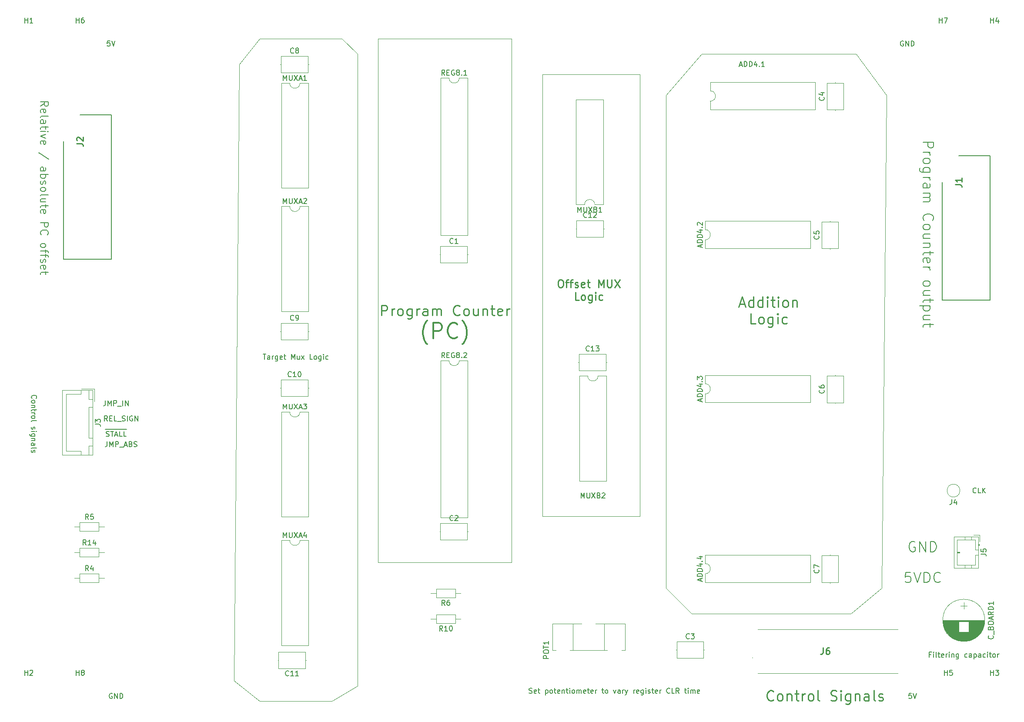
<source format=gbr>
%TF.GenerationSoftware,KiCad,Pcbnew,(5.1.10)-1*%
%TF.CreationDate,2021-10-27T19:36:50+02:00*%
%TF.ProjectId,Program Counter,50726f67-7261-46d2-9043-6f756e746572,rev1.0*%
%TF.SameCoordinates,Original*%
%TF.FileFunction,Legend,Top*%
%TF.FilePolarity,Positive*%
%FSLAX46Y46*%
G04 Gerber Fmt 4.6, Leading zero omitted, Abs format (unit mm)*
G04 Created by KiCad (PCBNEW (5.1.10)-1) date 2021-10-27 19:36:50*
%MOMM*%
%LPD*%
G01*
G04 APERTURE LIST*
%ADD10C,0.150000*%
%ADD11C,0.250000*%
%ADD12C,0.300000*%
%ADD13C,0.240000*%
%ADD14C,0.120000*%
%ADD15C,0.050000*%
%ADD16C,0.100000*%
%ADD17C,0.200000*%
%ADD18C,0.254000*%
G04 APERTURE END LIST*
D10*
X91619047Y-85452380D02*
X92190476Y-85452380D01*
X91904761Y-86452380D02*
X91904761Y-85452380D01*
X92952380Y-86452380D02*
X92952380Y-85928571D01*
X92904761Y-85833333D01*
X92809523Y-85785714D01*
X92619047Y-85785714D01*
X92523809Y-85833333D01*
X92952380Y-86404761D02*
X92857142Y-86452380D01*
X92619047Y-86452380D01*
X92523809Y-86404761D01*
X92476190Y-86309523D01*
X92476190Y-86214285D01*
X92523809Y-86119047D01*
X92619047Y-86071428D01*
X92857142Y-86071428D01*
X92952380Y-86023809D01*
X93428571Y-86452380D02*
X93428571Y-85785714D01*
X93428571Y-85976190D02*
X93476190Y-85880952D01*
X93523809Y-85833333D01*
X93619047Y-85785714D01*
X93714285Y-85785714D01*
X94476190Y-85785714D02*
X94476190Y-86595238D01*
X94428571Y-86690476D01*
X94380952Y-86738095D01*
X94285714Y-86785714D01*
X94142857Y-86785714D01*
X94047619Y-86738095D01*
X94476190Y-86404761D02*
X94380952Y-86452380D01*
X94190476Y-86452380D01*
X94095238Y-86404761D01*
X94047619Y-86357142D01*
X94000000Y-86261904D01*
X94000000Y-85976190D01*
X94047619Y-85880952D01*
X94095238Y-85833333D01*
X94190476Y-85785714D01*
X94380952Y-85785714D01*
X94476190Y-85833333D01*
X95333333Y-86404761D02*
X95238095Y-86452380D01*
X95047619Y-86452380D01*
X94952380Y-86404761D01*
X94904761Y-86309523D01*
X94904761Y-85928571D01*
X94952380Y-85833333D01*
X95047619Y-85785714D01*
X95238095Y-85785714D01*
X95333333Y-85833333D01*
X95380952Y-85928571D01*
X95380952Y-86023809D01*
X94904761Y-86119047D01*
X95666666Y-85785714D02*
X96047619Y-85785714D01*
X95809523Y-85452380D02*
X95809523Y-86309523D01*
X95857142Y-86404761D01*
X95952380Y-86452380D01*
X96047619Y-86452380D01*
X97142857Y-86452380D02*
X97142857Y-85452380D01*
X97476190Y-86166666D01*
X97809523Y-85452380D01*
X97809523Y-86452380D01*
X98714285Y-85785714D02*
X98714285Y-86452380D01*
X98285714Y-85785714D02*
X98285714Y-86309523D01*
X98333333Y-86404761D01*
X98428571Y-86452380D01*
X98571428Y-86452380D01*
X98666666Y-86404761D01*
X98714285Y-86357142D01*
X99095238Y-86452380D02*
X99619047Y-85785714D01*
X99095238Y-85785714D02*
X99619047Y-86452380D01*
X101238095Y-86452380D02*
X100761904Y-86452380D01*
X100761904Y-85452380D01*
X101714285Y-86452380D02*
X101619047Y-86404761D01*
X101571428Y-86357142D01*
X101523809Y-86261904D01*
X101523809Y-85976190D01*
X101571428Y-85880952D01*
X101619047Y-85833333D01*
X101714285Y-85785714D01*
X101857142Y-85785714D01*
X101952380Y-85833333D01*
X102000000Y-85880952D01*
X102047619Y-85976190D01*
X102047619Y-86261904D01*
X102000000Y-86357142D01*
X101952380Y-86404761D01*
X101857142Y-86452380D01*
X101714285Y-86452380D01*
X102904761Y-85785714D02*
X102904761Y-86595238D01*
X102857142Y-86690476D01*
X102809523Y-86738095D01*
X102714285Y-86785714D01*
X102571428Y-86785714D01*
X102476190Y-86738095D01*
X102904761Y-86404761D02*
X102809523Y-86452380D01*
X102619047Y-86452380D01*
X102523809Y-86404761D01*
X102476190Y-86357142D01*
X102428571Y-86261904D01*
X102428571Y-85976190D01*
X102476190Y-85880952D01*
X102523809Y-85833333D01*
X102619047Y-85785714D01*
X102809523Y-85785714D01*
X102904761Y-85833333D01*
X103380952Y-86452380D02*
X103380952Y-85785714D01*
X103380952Y-85452380D02*
X103333333Y-85500000D01*
X103380952Y-85547619D01*
X103428571Y-85500000D01*
X103380952Y-85452380D01*
X103380952Y-85547619D01*
X104285714Y-86404761D02*
X104190476Y-86452380D01*
X104000000Y-86452380D01*
X103904761Y-86404761D01*
X103857142Y-86357142D01*
X103809523Y-86261904D01*
X103809523Y-85976190D01*
X103857142Y-85880952D01*
X103904761Y-85833333D01*
X104000000Y-85785714D01*
X104190476Y-85785714D01*
X104285714Y-85833333D01*
D11*
X149392857Y-70928571D02*
X149678571Y-70928571D01*
X149821428Y-71000000D01*
X149964285Y-71142857D01*
X150035714Y-71428571D01*
X150035714Y-71928571D01*
X149964285Y-72214285D01*
X149821428Y-72357142D01*
X149678571Y-72428571D01*
X149392857Y-72428571D01*
X149250000Y-72357142D01*
X149107142Y-72214285D01*
X149035714Y-71928571D01*
X149035714Y-71428571D01*
X149107142Y-71142857D01*
X149250000Y-71000000D01*
X149392857Y-70928571D01*
X150464285Y-71428571D02*
X151035714Y-71428571D01*
X150678571Y-72428571D02*
X150678571Y-71142857D01*
X150750000Y-71000000D01*
X150892857Y-70928571D01*
X151035714Y-70928571D01*
X151321428Y-71428571D02*
X151892857Y-71428571D01*
X151535714Y-72428571D02*
X151535714Y-71142857D01*
X151607142Y-71000000D01*
X151750000Y-70928571D01*
X151892857Y-70928571D01*
X152321428Y-72357142D02*
X152464285Y-72428571D01*
X152750000Y-72428571D01*
X152892857Y-72357142D01*
X152964285Y-72214285D01*
X152964285Y-72142857D01*
X152892857Y-72000000D01*
X152750000Y-71928571D01*
X152535714Y-71928571D01*
X152392857Y-71857142D01*
X152321428Y-71714285D01*
X152321428Y-71642857D01*
X152392857Y-71500000D01*
X152535714Y-71428571D01*
X152750000Y-71428571D01*
X152892857Y-71500000D01*
X154178571Y-72357142D02*
X154035714Y-72428571D01*
X153750000Y-72428571D01*
X153607142Y-72357142D01*
X153535714Y-72214285D01*
X153535714Y-71642857D01*
X153607142Y-71500000D01*
X153750000Y-71428571D01*
X154035714Y-71428571D01*
X154178571Y-71500000D01*
X154250000Y-71642857D01*
X154250000Y-71785714D01*
X153535714Y-71928571D01*
X154678571Y-71428571D02*
X155250000Y-71428571D01*
X154892857Y-70928571D02*
X154892857Y-72214285D01*
X154964285Y-72357142D01*
X155107142Y-72428571D01*
X155250000Y-72428571D01*
X156892857Y-72428571D02*
X156892857Y-70928571D01*
X157392857Y-72000000D01*
X157892857Y-70928571D01*
X157892857Y-72428571D01*
X158607142Y-70928571D02*
X158607142Y-72142857D01*
X158678571Y-72285714D01*
X158750000Y-72357142D01*
X158892857Y-72428571D01*
X159178571Y-72428571D01*
X159321428Y-72357142D01*
X159392857Y-72285714D01*
X159464285Y-72142857D01*
X159464285Y-70928571D01*
X160035714Y-70928571D02*
X161035714Y-72428571D01*
X161035714Y-70928571D02*
X160035714Y-72428571D01*
X153107142Y-74928571D02*
X152392857Y-74928571D01*
X152392857Y-73428571D01*
X153821428Y-74928571D02*
X153678571Y-74857142D01*
X153607142Y-74785714D01*
X153535714Y-74642857D01*
X153535714Y-74214285D01*
X153607142Y-74071428D01*
X153678571Y-74000000D01*
X153821428Y-73928571D01*
X154035714Y-73928571D01*
X154178571Y-74000000D01*
X154250000Y-74071428D01*
X154321428Y-74214285D01*
X154321428Y-74642857D01*
X154250000Y-74785714D01*
X154178571Y-74857142D01*
X154035714Y-74928571D01*
X153821428Y-74928571D01*
X155607142Y-73928571D02*
X155607142Y-75142857D01*
X155535714Y-75285714D01*
X155464285Y-75357142D01*
X155321428Y-75428571D01*
X155107142Y-75428571D01*
X154964285Y-75357142D01*
X155607142Y-74857142D02*
X155464285Y-74928571D01*
X155178571Y-74928571D01*
X155035714Y-74857142D01*
X154964285Y-74785714D01*
X154892857Y-74642857D01*
X154892857Y-74214285D01*
X154964285Y-74071428D01*
X155035714Y-74000000D01*
X155178571Y-73928571D01*
X155464285Y-73928571D01*
X155607142Y-74000000D01*
X156321428Y-74928571D02*
X156321428Y-73928571D01*
X156321428Y-73428571D02*
X156250000Y-73500000D01*
X156321428Y-73571428D01*
X156392857Y-73500000D01*
X156321428Y-73428571D01*
X156321428Y-73571428D01*
X157678571Y-74857142D02*
X157535714Y-74928571D01*
X157250000Y-74928571D01*
X157107142Y-74857142D01*
X157035714Y-74785714D01*
X156964285Y-74642857D01*
X156964285Y-74214285D01*
X157035714Y-74071428D01*
X157107142Y-74000000D01*
X157250000Y-73928571D01*
X157535714Y-73928571D01*
X157678571Y-74000000D01*
D12*
X123571428Y-83500000D02*
X123428571Y-83357142D01*
X123142857Y-82928571D01*
X123000000Y-82642857D01*
X122857142Y-82214285D01*
X122714285Y-81500000D01*
X122714285Y-80928571D01*
X122857142Y-80214285D01*
X123000000Y-79785714D01*
X123142857Y-79500000D01*
X123428571Y-79071428D01*
X123571428Y-78928571D01*
X124714285Y-82357142D02*
X124714285Y-79357142D01*
X125857142Y-79357142D01*
X126142857Y-79500000D01*
X126285714Y-79642857D01*
X126428571Y-79928571D01*
X126428571Y-80357142D01*
X126285714Y-80642857D01*
X126142857Y-80785714D01*
X125857142Y-80928571D01*
X124714285Y-80928571D01*
X129428571Y-82071428D02*
X129285714Y-82214285D01*
X128857142Y-82357142D01*
X128571428Y-82357142D01*
X128142857Y-82214285D01*
X127857142Y-81928571D01*
X127714285Y-81642857D01*
X127571428Y-81071428D01*
X127571428Y-80642857D01*
X127714285Y-80071428D01*
X127857142Y-79785714D01*
X128142857Y-79500000D01*
X128571428Y-79357142D01*
X128857142Y-79357142D01*
X129285714Y-79500000D01*
X129428571Y-79642857D01*
X130428571Y-83500000D02*
X130571428Y-83357142D01*
X130857142Y-82928571D01*
X131000000Y-82642857D01*
X131142857Y-82214285D01*
X131285714Y-81500000D01*
X131285714Y-80928571D01*
X131142857Y-80214285D01*
X131000000Y-79785714D01*
X130857142Y-79500000D01*
X130571428Y-79071428D01*
X130428571Y-78928571D01*
D13*
X114666666Y-77904761D02*
X114666666Y-75904761D01*
X115428571Y-75904761D01*
X115619047Y-76000000D01*
X115714285Y-76095238D01*
X115809523Y-76285714D01*
X115809523Y-76571428D01*
X115714285Y-76761904D01*
X115619047Y-76857142D01*
X115428571Y-76952380D01*
X114666666Y-76952380D01*
X116666666Y-77904761D02*
X116666666Y-76571428D01*
X116666666Y-76952380D02*
X116761904Y-76761904D01*
X116857142Y-76666666D01*
X117047619Y-76571428D01*
X117238095Y-76571428D01*
X118190476Y-77904761D02*
X118000000Y-77809523D01*
X117904761Y-77714285D01*
X117809523Y-77523809D01*
X117809523Y-76952380D01*
X117904761Y-76761904D01*
X118000000Y-76666666D01*
X118190476Y-76571428D01*
X118476190Y-76571428D01*
X118666666Y-76666666D01*
X118761904Y-76761904D01*
X118857142Y-76952380D01*
X118857142Y-77523809D01*
X118761904Y-77714285D01*
X118666666Y-77809523D01*
X118476190Y-77904761D01*
X118190476Y-77904761D01*
X120571428Y-76571428D02*
X120571428Y-78190476D01*
X120476190Y-78380952D01*
X120380952Y-78476190D01*
X120190476Y-78571428D01*
X119904761Y-78571428D01*
X119714285Y-78476190D01*
X120571428Y-77809523D02*
X120380952Y-77904761D01*
X120000000Y-77904761D01*
X119809523Y-77809523D01*
X119714285Y-77714285D01*
X119619047Y-77523809D01*
X119619047Y-76952380D01*
X119714285Y-76761904D01*
X119809523Y-76666666D01*
X120000000Y-76571428D01*
X120380952Y-76571428D01*
X120571428Y-76666666D01*
X121523809Y-77904761D02*
X121523809Y-76571428D01*
X121523809Y-76952380D02*
X121619047Y-76761904D01*
X121714285Y-76666666D01*
X121904761Y-76571428D01*
X122095238Y-76571428D01*
X123619047Y-77904761D02*
X123619047Y-76857142D01*
X123523809Y-76666666D01*
X123333333Y-76571428D01*
X122952380Y-76571428D01*
X122761904Y-76666666D01*
X123619047Y-77809523D02*
X123428571Y-77904761D01*
X122952380Y-77904761D01*
X122761904Y-77809523D01*
X122666666Y-77619047D01*
X122666666Y-77428571D01*
X122761904Y-77238095D01*
X122952380Y-77142857D01*
X123428571Y-77142857D01*
X123619047Y-77047619D01*
X124571428Y-77904761D02*
X124571428Y-76571428D01*
X124571428Y-76761904D02*
X124666666Y-76666666D01*
X124857142Y-76571428D01*
X125142857Y-76571428D01*
X125333333Y-76666666D01*
X125428571Y-76857142D01*
X125428571Y-77904761D01*
X125428571Y-76857142D02*
X125523809Y-76666666D01*
X125714285Y-76571428D01*
X126000000Y-76571428D01*
X126190476Y-76666666D01*
X126285714Y-76857142D01*
X126285714Y-77904761D01*
X129904761Y-77714285D02*
X129809523Y-77809523D01*
X129523809Y-77904761D01*
X129333333Y-77904761D01*
X129047619Y-77809523D01*
X128857142Y-77619047D01*
X128761904Y-77428571D01*
X128666666Y-77047619D01*
X128666666Y-76761904D01*
X128761904Y-76380952D01*
X128857142Y-76190476D01*
X129047619Y-76000000D01*
X129333333Y-75904761D01*
X129523809Y-75904761D01*
X129809523Y-76000000D01*
X129904761Y-76095238D01*
X131047619Y-77904761D02*
X130857142Y-77809523D01*
X130761904Y-77714285D01*
X130666666Y-77523809D01*
X130666666Y-76952380D01*
X130761904Y-76761904D01*
X130857142Y-76666666D01*
X131047619Y-76571428D01*
X131333333Y-76571428D01*
X131523809Y-76666666D01*
X131619047Y-76761904D01*
X131714285Y-76952380D01*
X131714285Y-77523809D01*
X131619047Y-77714285D01*
X131523809Y-77809523D01*
X131333333Y-77904761D01*
X131047619Y-77904761D01*
X133428571Y-76571428D02*
X133428571Y-77904761D01*
X132571428Y-76571428D02*
X132571428Y-77619047D01*
X132666666Y-77809523D01*
X132857142Y-77904761D01*
X133142857Y-77904761D01*
X133333333Y-77809523D01*
X133428571Y-77714285D01*
X134380952Y-76571428D02*
X134380952Y-77904761D01*
X134380952Y-76761904D02*
X134476190Y-76666666D01*
X134666666Y-76571428D01*
X134952380Y-76571428D01*
X135142857Y-76666666D01*
X135238095Y-76857142D01*
X135238095Y-77904761D01*
X135904761Y-76571428D02*
X136666666Y-76571428D01*
X136190476Y-75904761D02*
X136190476Y-77619047D01*
X136285714Y-77809523D01*
X136476190Y-77904761D01*
X136666666Y-77904761D01*
X138095238Y-77809523D02*
X137904761Y-77904761D01*
X137523809Y-77904761D01*
X137333333Y-77809523D01*
X137238095Y-77619047D01*
X137238095Y-76857142D01*
X137333333Y-76666666D01*
X137523809Y-76571428D01*
X137904761Y-76571428D01*
X138095238Y-76666666D01*
X138190476Y-76857142D01*
X138190476Y-77047619D01*
X137238095Y-77238095D01*
X139047619Y-77904761D02*
X139047619Y-76571428D01*
X139047619Y-76952380D02*
X139142857Y-76761904D01*
X139238095Y-76666666D01*
X139428571Y-76571428D01*
X139619047Y-76571428D01*
D11*
X184380952Y-75708333D02*
X185333333Y-75708333D01*
X184190476Y-76279761D02*
X184857142Y-74279761D01*
X185523809Y-76279761D01*
X187047619Y-76279761D02*
X187047619Y-74279761D01*
X187047619Y-76184523D02*
X186857142Y-76279761D01*
X186476190Y-76279761D01*
X186285714Y-76184523D01*
X186190476Y-76089285D01*
X186095238Y-75898809D01*
X186095238Y-75327380D01*
X186190476Y-75136904D01*
X186285714Y-75041666D01*
X186476190Y-74946428D01*
X186857142Y-74946428D01*
X187047619Y-75041666D01*
X188857142Y-76279761D02*
X188857142Y-74279761D01*
X188857142Y-76184523D02*
X188666666Y-76279761D01*
X188285714Y-76279761D01*
X188095238Y-76184523D01*
X188000000Y-76089285D01*
X187904761Y-75898809D01*
X187904761Y-75327380D01*
X188000000Y-75136904D01*
X188095238Y-75041666D01*
X188285714Y-74946428D01*
X188666666Y-74946428D01*
X188857142Y-75041666D01*
X189809523Y-76279761D02*
X189809523Y-74946428D01*
X189809523Y-74279761D02*
X189714285Y-74375000D01*
X189809523Y-74470238D01*
X189904761Y-74375000D01*
X189809523Y-74279761D01*
X189809523Y-74470238D01*
X190476190Y-74946428D02*
X191238095Y-74946428D01*
X190761904Y-74279761D02*
X190761904Y-75994047D01*
X190857142Y-76184523D01*
X191047619Y-76279761D01*
X191238095Y-76279761D01*
X191904761Y-76279761D02*
X191904761Y-74946428D01*
X191904761Y-74279761D02*
X191809523Y-74375000D01*
X191904761Y-74470238D01*
X192000000Y-74375000D01*
X191904761Y-74279761D01*
X191904761Y-74470238D01*
X193142857Y-76279761D02*
X192952380Y-76184523D01*
X192857142Y-76089285D01*
X192761904Y-75898809D01*
X192761904Y-75327380D01*
X192857142Y-75136904D01*
X192952380Y-75041666D01*
X193142857Y-74946428D01*
X193428571Y-74946428D01*
X193619047Y-75041666D01*
X193714285Y-75136904D01*
X193809523Y-75327380D01*
X193809523Y-75898809D01*
X193714285Y-76089285D01*
X193619047Y-76184523D01*
X193428571Y-76279761D01*
X193142857Y-76279761D01*
X194666666Y-74946428D02*
X194666666Y-76279761D01*
X194666666Y-75136904D02*
X194761904Y-75041666D01*
X194952380Y-74946428D01*
X195238095Y-74946428D01*
X195428571Y-75041666D01*
X195523809Y-75232142D01*
X195523809Y-76279761D01*
X187476190Y-79529761D02*
X186523809Y-79529761D01*
X186523809Y-77529761D01*
X188428571Y-79529761D02*
X188238095Y-79434523D01*
X188142857Y-79339285D01*
X188047619Y-79148809D01*
X188047619Y-78577380D01*
X188142857Y-78386904D01*
X188238095Y-78291666D01*
X188428571Y-78196428D01*
X188714285Y-78196428D01*
X188904761Y-78291666D01*
X189000000Y-78386904D01*
X189095238Y-78577380D01*
X189095238Y-79148809D01*
X189000000Y-79339285D01*
X188904761Y-79434523D01*
X188714285Y-79529761D01*
X188428571Y-79529761D01*
X190809523Y-78196428D02*
X190809523Y-79815476D01*
X190714285Y-80005952D01*
X190619047Y-80101190D01*
X190428571Y-80196428D01*
X190142857Y-80196428D01*
X189952380Y-80101190D01*
X190809523Y-79434523D02*
X190619047Y-79529761D01*
X190238095Y-79529761D01*
X190047619Y-79434523D01*
X189952380Y-79339285D01*
X189857142Y-79148809D01*
X189857142Y-78577380D01*
X189952380Y-78386904D01*
X190047619Y-78291666D01*
X190238095Y-78196428D01*
X190619047Y-78196428D01*
X190809523Y-78291666D01*
X191761904Y-79529761D02*
X191761904Y-78196428D01*
X191761904Y-77529761D02*
X191666666Y-77625000D01*
X191761904Y-77720238D01*
X191857142Y-77625000D01*
X191761904Y-77529761D01*
X191761904Y-77720238D01*
X193571428Y-79434523D02*
X193380952Y-79529761D01*
X193000000Y-79529761D01*
X192809523Y-79434523D01*
X192714285Y-79339285D01*
X192619047Y-79148809D01*
X192619047Y-78577380D01*
X192714285Y-78386904D01*
X192809523Y-78291666D01*
X193000000Y-78196428D01*
X193380952Y-78196428D01*
X193571428Y-78291666D01*
D14*
X146000000Y-31000000D02*
X146000000Y-117000000D01*
X147000000Y-31000000D02*
X146000000Y-31000000D01*
X165000000Y-31000000D02*
X147000000Y-31000000D01*
X165000000Y-117000000D02*
X165000000Y-31000000D01*
X146000000Y-117000000D02*
X165000000Y-117000000D01*
X114000000Y-24000000D02*
X114000000Y-126000000D01*
X115000000Y-24000000D02*
X114000000Y-24000000D01*
X140000000Y-24000000D02*
X115000000Y-24000000D01*
X140000000Y-126000000D02*
X140000000Y-24000000D01*
X114000000Y-126000000D02*
X140000000Y-126000000D01*
X87000000Y-29000000D02*
X91000000Y-24000000D01*
X86000000Y-149000000D02*
X87000000Y-29000000D01*
X107000000Y-24000000D02*
X91000000Y-24000000D01*
X110000000Y-27000000D02*
X107000000Y-24000000D01*
X110000000Y-150000000D02*
X110000000Y-27000000D01*
X105000000Y-153000000D02*
X110000000Y-150000000D01*
X91000000Y-153000000D02*
X105000000Y-153000000D01*
X86000000Y-149000000D02*
X91000000Y-153000000D01*
X170000000Y-131000000D02*
X170000000Y-35000000D01*
X175000000Y-136000000D02*
X170000000Y-131000000D01*
X206000000Y-136000000D02*
X175000000Y-136000000D01*
X212000000Y-131000000D02*
X206000000Y-136000000D01*
X213000000Y-35000000D02*
X212000000Y-131000000D01*
X207000000Y-27000000D02*
X213000000Y-35000000D01*
X177000000Y-27000000D02*
X207000000Y-27000000D01*
X170000000Y-35000000D02*
X177000000Y-27000000D01*
D10*
X62238095Y-151500000D02*
X62142857Y-151452380D01*
X62000000Y-151452380D01*
X61857142Y-151500000D01*
X61761904Y-151595238D01*
X61714285Y-151690476D01*
X61666666Y-151880952D01*
X61666666Y-152023809D01*
X61714285Y-152214285D01*
X61761904Y-152309523D01*
X61857142Y-152404761D01*
X62000000Y-152452380D01*
X62095238Y-152452380D01*
X62238095Y-152404761D01*
X62285714Y-152357142D01*
X62285714Y-152023809D01*
X62095238Y-152023809D01*
X62714285Y-152452380D02*
X62714285Y-151452380D01*
X63285714Y-152452380D01*
X63285714Y-151452380D01*
X63761904Y-152452380D02*
X63761904Y-151452380D01*
X64000000Y-151452380D01*
X64142857Y-151500000D01*
X64238095Y-151595238D01*
X64285714Y-151690476D01*
X64333333Y-151880952D01*
X64333333Y-152023809D01*
X64285714Y-152214285D01*
X64238095Y-152309523D01*
X64142857Y-152404761D01*
X64000000Y-152452380D01*
X63761904Y-152452380D01*
X217809523Y-151452380D02*
X217333333Y-151452380D01*
X217285714Y-151928571D01*
X217333333Y-151880952D01*
X217428571Y-151833333D01*
X217666666Y-151833333D01*
X217761904Y-151880952D01*
X217809523Y-151928571D01*
X217857142Y-152023809D01*
X217857142Y-152261904D01*
X217809523Y-152357142D01*
X217761904Y-152404761D01*
X217666666Y-152452380D01*
X217428571Y-152452380D01*
X217333333Y-152404761D01*
X217285714Y-152357142D01*
X218142857Y-151452380D02*
X218476190Y-152452380D01*
X218809523Y-151452380D01*
X216238095Y-24500000D02*
X216142857Y-24452380D01*
X216000000Y-24452380D01*
X215857142Y-24500000D01*
X215761904Y-24595238D01*
X215714285Y-24690476D01*
X215666666Y-24880952D01*
X215666666Y-25023809D01*
X215714285Y-25214285D01*
X215761904Y-25309523D01*
X215857142Y-25404761D01*
X216000000Y-25452380D01*
X216095238Y-25452380D01*
X216238095Y-25404761D01*
X216285714Y-25357142D01*
X216285714Y-25023809D01*
X216095238Y-25023809D01*
X216714285Y-25452380D02*
X216714285Y-24452380D01*
X217285714Y-25452380D01*
X217285714Y-24452380D01*
X217761904Y-25452380D02*
X217761904Y-24452380D01*
X218000000Y-24452380D01*
X218142857Y-24500000D01*
X218238095Y-24595238D01*
X218285714Y-24690476D01*
X218333333Y-24880952D01*
X218333333Y-25023809D01*
X218285714Y-25214285D01*
X218238095Y-25309523D01*
X218142857Y-25404761D01*
X218000000Y-25452380D01*
X217761904Y-25452380D01*
X61809523Y-24452380D02*
X61333333Y-24452380D01*
X61285714Y-24928571D01*
X61333333Y-24880952D01*
X61428571Y-24833333D01*
X61666666Y-24833333D01*
X61761904Y-24880952D01*
X61809523Y-24928571D01*
X61857142Y-25023809D01*
X61857142Y-25261904D01*
X61809523Y-25357142D01*
X61761904Y-25404761D01*
X61666666Y-25452380D01*
X61428571Y-25452380D01*
X61333333Y-25404761D01*
X61285714Y-25357142D01*
X62142857Y-24452380D02*
X62476190Y-25452380D01*
X62809523Y-24452380D01*
D11*
X190952380Y-152714285D02*
X190857142Y-152809523D01*
X190571428Y-152904761D01*
X190380952Y-152904761D01*
X190095238Y-152809523D01*
X189904761Y-152619047D01*
X189809523Y-152428571D01*
X189714285Y-152047619D01*
X189714285Y-151761904D01*
X189809523Y-151380952D01*
X189904761Y-151190476D01*
X190095238Y-151000000D01*
X190380952Y-150904761D01*
X190571428Y-150904761D01*
X190857142Y-151000000D01*
X190952380Y-151095238D01*
X192095238Y-152904761D02*
X191904761Y-152809523D01*
X191809523Y-152714285D01*
X191714285Y-152523809D01*
X191714285Y-151952380D01*
X191809523Y-151761904D01*
X191904761Y-151666666D01*
X192095238Y-151571428D01*
X192380952Y-151571428D01*
X192571428Y-151666666D01*
X192666666Y-151761904D01*
X192761904Y-151952380D01*
X192761904Y-152523809D01*
X192666666Y-152714285D01*
X192571428Y-152809523D01*
X192380952Y-152904761D01*
X192095238Y-152904761D01*
X193619047Y-151571428D02*
X193619047Y-152904761D01*
X193619047Y-151761904D02*
X193714285Y-151666666D01*
X193904761Y-151571428D01*
X194190476Y-151571428D01*
X194380952Y-151666666D01*
X194476190Y-151857142D01*
X194476190Y-152904761D01*
X195142857Y-151571428D02*
X195904761Y-151571428D01*
X195428571Y-150904761D02*
X195428571Y-152619047D01*
X195523809Y-152809523D01*
X195714285Y-152904761D01*
X195904761Y-152904761D01*
X196571428Y-152904761D02*
X196571428Y-151571428D01*
X196571428Y-151952380D02*
X196666666Y-151761904D01*
X196761904Y-151666666D01*
X196952380Y-151571428D01*
X197142857Y-151571428D01*
X198095238Y-152904761D02*
X197904761Y-152809523D01*
X197809523Y-152714285D01*
X197714285Y-152523809D01*
X197714285Y-151952380D01*
X197809523Y-151761904D01*
X197904761Y-151666666D01*
X198095238Y-151571428D01*
X198380952Y-151571428D01*
X198571428Y-151666666D01*
X198666666Y-151761904D01*
X198761904Y-151952380D01*
X198761904Y-152523809D01*
X198666666Y-152714285D01*
X198571428Y-152809523D01*
X198380952Y-152904761D01*
X198095238Y-152904761D01*
X199904761Y-152904761D02*
X199714285Y-152809523D01*
X199619047Y-152619047D01*
X199619047Y-150904761D01*
X202095238Y-152809523D02*
X202380952Y-152904761D01*
X202857142Y-152904761D01*
X203047619Y-152809523D01*
X203142857Y-152714285D01*
X203238095Y-152523809D01*
X203238095Y-152333333D01*
X203142857Y-152142857D01*
X203047619Y-152047619D01*
X202857142Y-151952380D01*
X202476190Y-151857142D01*
X202285714Y-151761904D01*
X202190476Y-151666666D01*
X202095238Y-151476190D01*
X202095238Y-151285714D01*
X202190476Y-151095238D01*
X202285714Y-151000000D01*
X202476190Y-150904761D01*
X202952380Y-150904761D01*
X203238095Y-151000000D01*
X204095238Y-152904761D02*
X204095238Y-151571428D01*
X204095238Y-150904761D02*
X204000000Y-151000000D01*
X204095238Y-151095238D01*
X204190476Y-151000000D01*
X204095238Y-150904761D01*
X204095238Y-151095238D01*
X205904761Y-151571428D02*
X205904761Y-153190476D01*
X205809523Y-153380952D01*
X205714285Y-153476190D01*
X205523809Y-153571428D01*
X205238095Y-153571428D01*
X205047619Y-153476190D01*
X205904761Y-152809523D02*
X205714285Y-152904761D01*
X205333333Y-152904761D01*
X205142857Y-152809523D01*
X205047619Y-152714285D01*
X204952380Y-152523809D01*
X204952380Y-151952380D01*
X205047619Y-151761904D01*
X205142857Y-151666666D01*
X205333333Y-151571428D01*
X205714285Y-151571428D01*
X205904761Y-151666666D01*
X206857142Y-151571428D02*
X206857142Y-152904761D01*
X206857142Y-151761904D02*
X206952380Y-151666666D01*
X207142857Y-151571428D01*
X207428571Y-151571428D01*
X207619047Y-151666666D01*
X207714285Y-151857142D01*
X207714285Y-152904761D01*
X209523809Y-152904761D02*
X209523809Y-151857142D01*
X209428571Y-151666666D01*
X209238095Y-151571428D01*
X208857142Y-151571428D01*
X208666666Y-151666666D01*
X209523809Y-152809523D02*
X209333333Y-152904761D01*
X208857142Y-152904761D01*
X208666666Y-152809523D01*
X208571428Y-152619047D01*
X208571428Y-152428571D01*
X208666666Y-152238095D01*
X208857142Y-152142857D01*
X209333333Y-152142857D01*
X209523809Y-152047619D01*
X210761904Y-152904761D02*
X210571428Y-152809523D01*
X210476190Y-152619047D01*
X210476190Y-150904761D01*
X211428571Y-152809523D02*
X211619047Y-152904761D01*
X212000000Y-152904761D01*
X212190476Y-152809523D01*
X212285714Y-152619047D01*
X212285714Y-152523809D01*
X212190476Y-152333333D01*
X212000000Y-152238095D01*
X211714285Y-152238095D01*
X211523809Y-152142857D01*
X211428571Y-151952380D01*
X211428571Y-151857142D01*
X211523809Y-151666666D01*
X211714285Y-151571428D01*
X212000000Y-151571428D01*
X212190476Y-151666666D01*
D10*
X143404761Y-151404761D02*
X143547619Y-151452380D01*
X143785714Y-151452380D01*
X143880952Y-151404761D01*
X143928571Y-151357142D01*
X143976190Y-151261904D01*
X143976190Y-151166666D01*
X143928571Y-151071428D01*
X143880952Y-151023809D01*
X143785714Y-150976190D01*
X143595238Y-150928571D01*
X143500000Y-150880952D01*
X143452380Y-150833333D01*
X143404761Y-150738095D01*
X143404761Y-150642857D01*
X143452380Y-150547619D01*
X143500000Y-150500000D01*
X143595238Y-150452380D01*
X143833333Y-150452380D01*
X143976190Y-150500000D01*
X144785714Y-151404761D02*
X144690476Y-151452380D01*
X144500000Y-151452380D01*
X144404761Y-151404761D01*
X144357142Y-151309523D01*
X144357142Y-150928571D01*
X144404761Y-150833333D01*
X144500000Y-150785714D01*
X144690476Y-150785714D01*
X144785714Y-150833333D01*
X144833333Y-150928571D01*
X144833333Y-151023809D01*
X144357142Y-151119047D01*
X145119047Y-150785714D02*
X145500000Y-150785714D01*
X145261904Y-150452380D02*
X145261904Y-151309523D01*
X145309523Y-151404761D01*
X145404761Y-151452380D01*
X145500000Y-151452380D01*
X146595238Y-150785714D02*
X146595238Y-151785714D01*
X146595238Y-150833333D02*
X146690476Y-150785714D01*
X146880952Y-150785714D01*
X146976190Y-150833333D01*
X147023809Y-150880952D01*
X147071428Y-150976190D01*
X147071428Y-151261904D01*
X147023809Y-151357142D01*
X146976190Y-151404761D01*
X146880952Y-151452380D01*
X146690476Y-151452380D01*
X146595238Y-151404761D01*
X147642857Y-151452380D02*
X147547619Y-151404761D01*
X147500000Y-151357142D01*
X147452380Y-151261904D01*
X147452380Y-150976190D01*
X147500000Y-150880952D01*
X147547619Y-150833333D01*
X147642857Y-150785714D01*
X147785714Y-150785714D01*
X147880952Y-150833333D01*
X147928571Y-150880952D01*
X147976190Y-150976190D01*
X147976190Y-151261904D01*
X147928571Y-151357142D01*
X147880952Y-151404761D01*
X147785714Y-151452380D01*
X147642857Y-151452380D01*
X148261904Y-150785714D02*
X148642857Y-150785714D01*
X148404761Y-150452380D02*
X148404761Y-151309523D01*
X148452380Y-151404761D01*
X148547619Y-151452380D01*
X148642857Y-151452380D01*
X149357142Y-151404761D02*
X149261904Y-151452380D01*
X149071428Y-151452380D01*
X148976190Y-151404761D01*
X148928571Y-151309523D01*
X148928571Y-150928571D01*
X148976190Y-150833333D01*
X149071428Y-150785714D01*
X149261904Y-150785714D01*
X149357142Y-150833333D01*
X149404761Y-150928571D01*
X149404761Y-151023809D01*
X148928571Y-151119047D01*
X149833333Y-150785714D02*
X149833333Y-151452380D01*
X149833333Y-150880952D02*
X149880952Y-150833333D01*
X149976190Y-150785714D01*
X150119047Y-150785714D01*
X150214285Y-150833333D01*
X150261904Y-150928571D01*
X150261904Y-151452380D01*
X150595238Y-150785714D02*
X150976190Y-150785714D01*
X150738095Y-150452380D02*
X150738095Y-151309523D01*
X150785714Y-151404761D01*
X150880952Y-151452380D01*
X150976190Y-151452380D01*
X151309523Y-151452380D02*
X151309523Y-150785714D01*
X151309523Y-150452380D02*
X151261904Y-150500000D01*
X151309523Y-150547619D01*
X151357142Y-150500000D01*
X151309523Y-150452380D01*
X151309523Y-150547619D01*
X151928571Y-151452380D02*
X151833333Y-151404761D01*
X151785714Y-151357142D01*
X151738095Y-151261904D01*
X151738095Y-150976190D01*
X151785714Y-150880952D01*
X151833333Y-150833333D01*
X151928571Y-150785714D01*
X152071428Y-150785714D01*
X152166666Y-150833333D01*
X152214285Y-150880952D01*
X152261904Y-150976190D01*
X152261904Y-151261904D01*
X152214285Y-151357142D01*
X152166666Y-151404761D01*
X152071428Y-151452380D01*
X151928571Y-151452380D01*
X152690476Y-151452380D02*
X152690476Y-150785714D01*
X152690476Y-150880952D02*
X152738095Y-150833333D01*
X152833333Y-150785714D01*
X152976190Y-150785714D01*
X153071428Y-150833333D01*
X153119047Y-150928571D01*
X153119047Y-151452380D01*
X153119047Y-150928571D02*
X153166666Y-150833333D01*
X153261904Y-150785714D01*
X153404761Y-150785714D01*
X153500000Y-150833333D01*
X153547619Y-150928571D01*
X153547619Y-151452380D01*
X154404761Y-151404761D02*
X154309523Y-151452380D01*
X154119047Y-151452380D01*
X154023809Y-151404761D01*
X153976190Y-151309523D01*
X153976190Y-150928571D01*
X154023809Y-150833333D01*
X154119047Y-150785714D01*
X154309523Y-150785714D01*
X154404761Y-150833333D01*
X154452380Y-150928571D01*
X154452380Y-151023809D01*
X153976190Y-151119047D01*
X154738095Y-150785714D02*
X155119047Y-150785714D01*
X154880952Y-150452380D02*
X154880952Y-151309523D01*
X154928571Y-151404761D01*
X155023809Y-151452380D01*
X155119047Y-151452380D01*
X155833333Y-151404761D02*
X155738095Y-151452380D01*
X155547619Y-151452380D01*
X155452380Y-151404761D01*
X155404761Y-151309523D01*
X155404761Y-150928571D01*
X155452380Y-150833333D01*
X155547619Y-150785714D01*
X155738095Y-150785714D01*
X155833333Y-150833333D01*
X155880952Y-150928571D01*
X155880952Y-151023809D01*
X155404761Y-151119047D01*
X156309523Y-151452380D02*
X156309523Y-150785714D01*
X156309523Y-150976190D02*
X156357142Y-150880952D01*
X156404761Y-150833333D01*
X156500000Y-150785714D01*
X156595238Y-150785714D01*
X157547619Y-150785714D02*
X157928571Y-150785714D01*
X157690476Y-150452380D02*
X157690476Y-151309523D01*
X157738095Y-151404761D01*
X157833333Y-151452380D01*
X157928571Y-151452380D01*
X158404761Y-151452380D02*
X158309523Y-151404761D01*
X158261904Y-151357142D01*
X158214285Y-151261904D01*
X158214285Y-150976190D01*
X158261904Y-150880952D01*
X158309523Y-150833333D01*
X158404761Y-150785714D01*
X158547619Y-150785714D01*
X158642857Y-150833333D01*
X158690476Y-150880952D01*
X158738095Y-150976190D01*
X158738095Y-151261904D01*
X158690476Y-151357142D01*
X158642857Y-151404761D01*
X158547619Y-151452380D01*
X158404761Y-151452380D01*
X159833333Y-150785714D02*
X160071428Y-151452380D01*
X160309523Y-150785714D01*
X161119047Y-151452380D02*
X161119047Y-150928571D01*
X161071428Y-150833333D01*
X160976190Y-150785714D01*
X160785714Y-150785714D01*
X160690476Y-150833333D01*
X161119047Y-151404761D02*
X161023809Y-151452380D01*
X160785714Y-151452380D01*
X160690476Y-151404761D01*
X160642857Y-151309523D01*
X160642857Y-151214285D01*
X160690476Y-151119047D01*
X160785714Y-151071428D01*
X161023809Y-151071428D01*
X161119047Y-151023809D01*
X161595238Y-151452380D02*
X161595238Y-150785714D01*
X161595238Y-150976190D02*
X161642857Y-150880952D01*
X161690476Y-150833333D01*
X161785714Y-150785714D01*
X161880952Y-150785714D01*
X162119047Y-150785714D02*
X162357142Y-151452380D01*
X162595238Y-150785714D02*
X162357142Y-151452380D01*
X162261904Y-151690476D01*
X162214285Y-151738095D01*
X162119047Y-151785714D01*
X163738095Y-151452380D02*
X163738095Y-150785714D01*
X163738095Y-150976190D02*
X163785714Y-150880952D01*
X163833333Y-150833333D01*
X163928571Y-150785714D01*
X164023809Y-150785714D01*
X164738095Y-151404761D02*
X164642857Y-151452380D01*
X164452380Y-151452380D01*
X164357142Y-151404761D01*
X164309523Y-151309523D01*
X164309523Y-150928571D01*
X164357142Y-150833333D01*
X164452380Y-150785714D01*
X164642857Y-150785714D01*
X164738095Y-150833333D01*
X164785714Y-150928571D01*
X164785714Y-151023809D01*
X164309523Y-151119047D01*
X165642857Y-150785714D02*
X165642857Y-151595238D01*
X165595238Y-151690476D01*
X165547619Y-151738095D01*
X165452380Y-151785714D01*
X165309523Y-151785714D01*
X165214285Y-151738095D01*
X165642857Y-151404761D02*
X165547619Y-151452380D01*
X165357142Y-151452380D01*
X165261904Y-151404761D01*
X165214285Y-151357142D01*
X165166666Y-151261904D01*
X165166666Y-150976190D01*
X165214285Y-150880952D01*
X165261904Y-150833333D01*
X165357142Y-150785714D01*
X165547619Y-150785714D01*
X165642857Y-150833333D01*
X166119047Y-151452380D02*
X166119047Y-150785714D01*
X166119047Y-150452380D02*
X166071428Y-150500000D01*
X166119047Y-150547619D01*
X166166666Y-150500000D01*
X166119047Y-150452380D01*
X166119047Y-150547619D01*
X166547619Y-151404761D02*
X166642857Y-151452380D01*
X166833333Y-151452380D01*
X166928571Y-151404761D01*
X166976190Y-151309523D01*
X166976190Y-151261904D01*
X166928571Y-151166666D01*
X166833333Y-151119047D01*
X166690476Y-151119047D01*
X166595238Y-151071428D01*
X166547619Y-150976190D01*
X166547619Y-150928571D01*
X166595238Y-150833333D01*
X166690476Y-150785714D01*
X166833333Y-150785714D01*
X166928571Y-150833333D01*
X167261904Y-150785714D02*
X167642857Y-150785714D01*
X167404761Y-150452380D02*
X167404761Y-151309523D01*
X167452380Y-151404761D01*
X167547619Y-151452380D01*
X167642857Y-151452380D01*
X168357142Y-151404761D02*
X168261904Y-151452380D01*
X168071428Y-151452380D01*
X167976190Y-151404761D01*
X167928571Y-151309523D01*
X167928571Y-150928571D01*
X167976190Y-150833333D01*
X168071428Y-150785714D01*
X168261904Y-150785714D01*
X168357142Y-150833333D01*
X168404761Y-150928571D01*
X168404761Y-151023809D01*
X167928571Y-151119047D01*
X168833333Y-151452380D02*
X168833333Y-150785714D01*
X168833333Y-150976190D02*
X168880952Y-150880952D01*
X168928571Y-150833333D01*
X169023809Y-150785714D01*
X169119047Y-150785714D01*
X170785714Y-151357142D02*
X170738095Y-151404761D01*
X170595238Y-151452380D01*
X170499999Y-151452380D01*
X170357142Y-151404761D01*
X170261904Y-151309523D01*
X170214285Y-151214285D01*
X170166666Y-151023809D01*
X170166666Y-150880952D01*
X170214285Y-150690476D01*
X170261904Y-150595238D01*
X170357142Y-150500000D01*
X170499999Y-150452380D01*
X170595238Y-150452380D01*
X170738095Y-150500000D01*
X170785714Y-150547619D01*
X171690476Y-151452380D02*
X171214285Y-151452380D01*
X171214285Y-150452380D01*
X172595238Y-151452380D02*
X172261904Y-150976190D01*
X172023809Y-151452380D02*
X172023809Y-150452380D01*
X172404761Y-150452380D01*
X172499999Y-150500000D01*
X172547619Y-150547619D01*
X172595238Y-150642857D01*
X172595238Y-150785714D01*
X172547619Y-150880952D01*
X172499999Y-150928571D01*
X172404761Y-150976190D01*
X172023809Y-150976190D01*
X173642857Y-150785714D02*
X174023809Y-150785714D01*
X173785714Y-150452380D02*
X173785714Y-151309523D01*
X173833333Y-151404761D01*
X173928571Y-151452380D01*
X174023809Y-151452380D01*
X174357142Y-151452380D02*
X174357142Y-150785714D01*
X174357142Y-150452380D02*
X174309523Y-150500000D01*
X174357142Y-150547619D01*
X174404761Y-150500000D01*
X174357142Y-150452380D01*
X174357142Y-150547619D01*
X174833333Y-151452380D02*
X174833333Y-150785714D01*
X174833333Y-150880952D02*
X174880952Y-150833333D01*
X174976190Y-150785714D01*
X175119047Y-150785714D01*
X175214285Y-150833333D01*
X175261904Y-150928571D01*
X175261904Y-151452380D01*
X175261904Y-150928571D02*
X175309523Y-150833333D01*
X175404761Y-150785714D01*
X175547619Y-150785714D01*
X175642857Y-150833333D01*
X175690476Y-150928571D01*
X175690476Y-151452380D01*
X176547619Y-151404761D02*
X176452380Y-151452380D01*
X176261904Y-151452380D01*
X176166666Y-151404761D01*
X176119047Y-151309523D01*
X176119047Y-150928571D01*
X176166666Y-150833333D01*
X176261904Y-150785714D01*
X176452380Y-150785714D01*
X176547619Y-150833333D01*
X176595238Y-150928571D01*
X176595238Y-151023809D01*
X176119047Y-151119047D01*
X220095238Y-44142857D02*
X222095238Y-44142857D01*
X222095238Y-44904761D01*
X222000000Y-45095238D01*
X221904761Y-45190476D01*
X221714285Y-45285714D01*
X221428571Y-45285714D01*
X221238095Y-45190476D01*
X221142857Y-45095238D01*
X221047619Y-44904761D01*
X221047619Y-44142857D01*
X220095238Y-46142857D02*
X221428571Y-46142857D01*
X221047619Y-46142857D02*
X221238095Y-46238095D01*
X221333333Y-46333333D01*
X221428571Y-46523809D01*
X221428571Y-46714285D01*
X220095238Y-47666666D02*
X220190476Y-47476190D01*
X220285714Y-47380952D01*
X220476190Y-47285714D01*
X221047619Y-47285714D01*
X221238095Y-47380952D01*
X221333333Y-47476190D01*
X221428571Y-47666666D01*
X221428571Y-47952380D01*
X221333333Y-48142857D01*
X221238095Y-48238095D01*
X221047619Y-48333333D01*
X220476190Y-48333333D01*
X220285714Y-48238095D01*
X220190476Y-48142857D01*
X220095238Y-47952380D01*
X220095238Y-47666666D01*
X221428571Y-50047619D02*
X219809523Y-50047619D01*
X219619047Y-49952380D01*
X219523809Y-49857142D01*
X219428571Y-49666666D01*
X219428571Y-49380952D01*
X219523809Y-49190476D01*
X220190476Y-50047619D02*
X220095238Y-49857142D01*
X220095238Y-49476190D01*
X220190476Y-49285714D01*
X220285714Y-49190476D01*
X220476190Y-49095238D01*
X221047619Y-49095238D01*
X221238095Y-49190476D01*
X221333333Y-49285714D01*
X221428571Y-49476190D01*
X221428571Y-49857142D01*
X221333333Y-50047619D01*
X220095238Y-51000000D02*
X221428571Y-51000000D01*
X221047619Y-51000000D02*
X221238095Y-51095238D01*
X221333333Y-51190476D01*
X221428571Y-51380952D01*
X221428571Y-51571428D01*
X220095238Y-53095238D02*
X221142857Y-53095238D01*
X221333333Y-53000000D01*
X221428571Y-52809523D01*
X221428571Y-52428571D01*
X221333333Y-52238095D01*
X220190476Y-53095238D02*
X220095238Y-52904761D01*
X220095238Y-52428571D01*
X220190476Y-52238095D01*
X220380952Y-52142857D01*
X220571428Y-52142857D01*
X220761904Y-52238095D01*
X220857142Y-52428571D01*
X220857142Y-52904761D01*
X220952380Y-53095238D01*
X220095238Y-54047619D02*
X221428571Y-54047619D01*
X221238095Y-54047619D02*
X221333333Y-54142857D01*
X221428571Y-54333333D01*
X221428571Y-54619047D01*
X221333333Y-54809523D01*
X221142857Y-54904761D01*
X220095238Y-54904761D01*
X221142857Y-54904761D02*
X221333333Y-55000000D01*
X221428571Y-55190476D01*
X221428571Y-55476190D01*
X221333333Y-55666666D01*
X221142857Y-55761904D01*
X220095238Y-55761904D01*
X220285714Y-59380952D02*
X220190476Y-59285714D01*
X220095238Y-59000000D01*
X220095238Y-58809523D01*
X220190476Y-58523809D01*
X220380952Y-58333333D01*
X220571428Y-58238095D01*
X220952380Y-58142857D01*
X221238095Y-58142857D01*
X221619047Y-58238095D01*
X221809523Y-58333333D01*
X222000000Y-58523809D01*
X222095238Y-58809523D01*
X222095238Y-59000000D01*
X222000000Y-59285714D01*
X221904761Y-59380952D01*
X220095238Y-60523809D02*
X220190476Y-60333333D01*
X220285714Y-60238095D01*
X220476190Y-60142857D01*
X221047619Y-60142857D01*
X221238095Y-60238095D01*
X221333333Y-60333333D01*
X221428571Y-60523809D01*
X221428571Y-60809523D01*
X221333333Y-61000000D01*
X221238095Y-61095238D01*
X221047619Y-61190476D01*
X220476190Y-61190476D01*
X220285714Y-61095238D01*
X220190476Y-61000000D01*
X220095238Y-60809523D01*
X220095238Y-60523809D01*
X221428571Y-62904761D02*
X220095238Y-62904761D01*
X221428571Y-62047619D02*
X220380952Y-62047619D01*
X220190476Y-62142857D01*
X220095238Y-62333333D01*
X220095238Y-62619047D01*
X220190476Y-62809523D01*
X220285714Y-62904761D01*
X221428571Y-63857142D02*
X220095238Y-63857142D01*
X221238095Y-63857142D02*
X221333333Y-63952380D01*
X221428571Y-64142857D01*
X221428571Y-64428571D01*
X221333333Y-64619047D01*
X221142857Y-64714285D01*
X220095238Y-64714285D01*
X221428571Y-65380952D02*
X221428571Y-66142857D01*
X222095238Y-65666666D02*
X220380952Y-65666666D01*
X220190476Y-65761904D01*
X220095238Y-65952380D01*
X220095238Y-66142857D01*
X220190476Y-67571428D02*
X220095238Y-67380952D01*
X220095238Y-67000000D01*
X220190476Y-66809523D01*
X220380952Y-66714285D01*
X221142857Y-66714285D01*
X221333333Y-66809523D01*
X221428571Y-67000000D01*
X221428571Y-67380952D01*
X221333333Y-67571428D01*
X221142857Y-67666666D01*
X220952380Y-67666666D01*
X220761904Y-66714285D01*
X220095238Y-68523809D02*
X221428571Y-68523809D01*
X221047619Y-68523809D02*
X221238095Y-68619047D01*
X221333333Y-68714285D01*
X221428571Y-68904761D01*
X221428571Y-69095238D01*
X220095238Y-71571428D02*
X220190476Y-71380952D01*
X220285714Y-71285714D01*
X220476190Y-71190476D01*
X221047619Y-71190476D01*
X221238095Y-71285714D01*
X221333333Y-71380952D01*
X221428571Y-71571428D01*
X221428571Y-71857142D01*
X221333333Y-72047619D01*
X221238095Y-72142857D01*
X221047619Y-72238095D01*
X220476190Y-72238095D01*
X220285714Y-72142857D01*
X220190476Y-72047619D01*
X220095238Y-71857142D01*
X220095238Y-71571428D01*
X221428571Y-73952380D02*
X220095238Y-73952380D01*
X221428571Y-73095238D02*
X220380952Y-73095238D01*
X220190476Y-73190476D01*
X220095238Y-73380952D01*
X220095238Y-73666666D01*
X220190476Y-73857142D01*
X220285714Y-73952380D01*
X221428571Y-74619047D02*
X221428571Y-75380952D01*
X222095238Y-74904761D02*
X220380952Y-74904761D01*
X220190476Y-75000000D01*
X220095238Y-75190476D01*
X220095238Y-75380952D01*
X221428571Y-76047619D02*
X219428571Y-76047619D01*
X221333333Y-76047619D02*
X221428571Y-76238095D01*
X221428571Y-76619047D01*
X221333333Y-76809523D01*
X221238095Y-76904761D01*
X221047619Y-77000000D01*
X220476190Y-77000000D01*
X220285714Y-76904761D01*
X220190476Y-76809523D01*
X220095238Y-76619047D01*
X220095238Y-76238095D01*
X220190476Y-76047619D01*
X221428571Y-78714285D02*
X220095238Y-78714285D01*
X221428571Y-77857142D02*
X220380952Y-77857142D01*
X220190476Y-77952380D01*
X220095238Y-78142857D01*
X220095238Y-78428571D01*
X220190476Y-78619047D01*
X220285714Y-78714285D01*
X221428571Y-79380952D02*
X221428571Y-80142857D01*
X222095238Y-79666666D02*
X220380952Y-79666666D01*
X220190476Y-79761904D01*
X220095238Y-79952380D01*
X220095238Y-80142857D01*
X217619047Y-127904761D02*
X216666666Y-127904761D01*
X216571428Y-128857142D01*
X216666666Y-128761904D01*
X216857142Y-128666666D01*
X217333333Y-128666666D01*
X217523809Y-128761904D01*
X217619047Y-128857142D01*
X217714285Y-129047619D01*
X217714285Y-129523809D01*
X217619047Y-129714285D01*
X217523809Y-129809523D01*
X217333333Y-129904761D01*
X216857142Y-129904761D01*
X216666666Y-129809523D01*
X216571428Y-129714285D01*
X218285714Y-127904761D02*
X218952380Y-129904761D01*
X219619047Y-127904761D01*
X220285714Y-129904761D02*
X220285714Y-127904761D01*
X220761904Y-127904761D01*
X221047619Y-128000000D01*
X221238095Y-128190476D01*
X221333333Y-128380952D01*
X221428571Y-128761904D01*
X221428571Y-129047619D01*
X221333333Y-129428571D01*
X221238095Y-129619047D01*
X221047619Y-129809523D01*
X220761904Y-129904761D01*
X220285714Y-129904761D01*
X223428571Y-129714285D02*
X223333333Y-129809523D01*
X223047619Y-129904761D01*
X222857142Y-129904761D01*
X222571428Y-129809523D01*
X222380952Y-129619047D01*
X222285714Y-129428571D01*
X222190476Y-129047619D01*
X222190476Y-128761904D01*
X222285714Y-128380952D01*
X222380952Y-128190476D01*
X222571428Y-128000000D01*
X222857142Y-127904761D01*
X223047619Y-127904761D01*
X223333333Y-128000000D01*
X223428571Y-128095238D01*
X218476190Y-122000000D02*
X218285714Y-121904761D01*
X218000000Y-121904761D01*
X217714285Y-122000000D01*
X217523809Y-122190476D01*
X217428571Y-122380952D01*
X217333333Y-122761904D01*
X217333333Y-123047619D01*
X217428571Y-123428571D01*
X217523809Y-123619047D01*
X217714285Y-123809523D01*
X218000000Y-123904761D01*
X218190476Y-123904761D01*
X218476190Y-123809523D01*
X218571428Y-123714285D01*
X218571428Y-123047619D01*
X218190476Y-123047619D01*
X219428571Y-123904761D02*
X219428571Y-121904761D01*
X220571428Y-123904761D01*
X220571428Y-121904761D01*
X221523809Y-123904761D02*
X221523809Y-121904761D01*
X222000000Y-121904761D01*
X222285714Y-122000000D01*
X222476190Y-122190476D01*
X222571428Y-122380952D01*
X222666666Y-122761904D01*
X222666666Y-123047619D01*
X222571428Y-123428571D01*
X222476190Y-123619047D01*
X222285714Y-123809523D01*
X222000000Y-123904761D01*
X221523809Y-123904761D01*
X230404761Y-112357142D02*
X230357142Y-112404761D01*
X230214285Y-112452380D01*
X230119047Y-112452380D01*
X229976190Y-112404761D01*
X229880952Y-112309523D01*
X229833333Y-112214285D01*
X229785714Y-112023809D01*
X229785714Y-111880952D01*
X229833333Y-111690476D01*
X229880952Y-111595238D01*
X229976190Y-111500000D01*
X230119047Y-111452380D01*
X230214285Y-111452380D01*
X230357142Y-111500000D01*
X230404761Y-111547619D01*
X231309523Y-112452380D02*
X230833333Y-112452380D01*
X230833333Y-111452380D01*
X231642857Y-112452380D02*
X231642857Y-111452380D01*
X232214285Y-112452380D02*
X231785714Y-111880952D01*
X232214285Y-111452380D02*
X231642857Y-112023809D01*
X221595238Y-143928571D02*
X221261904Y-143928571D01*
X221261904Y-144452380D02*
X221261904Y-143452380D01*
X221738095Y-143452380D01*
X222119047Y-144452380D02*
X222119047Y-143785714D01*
X222119047Y-143452380D02*
X222071428Y-143500000D01*
X222119047Y-143547619D01*
X222166666Y-143500000D01*
X222119047Y-143452380D01*
X222119047Y-143547619D01*
X222738095Y-144452380D02*
X222642857Y-144404761D01*
X222595238Y-144309523D01*
X222595238Y-143452380D01*
X222976190Y-143785714D02*
X223357142Y-143785714D01*
X223119047Y-143452380D02*
X223119047Y-144309523D01*
X223166666Y-144404761D01*
X223261904Y-144452380D01*
X223357142Y-144452380D01*
X224071428Y-144404761D02*
X223976190Y-144452380D01*
X223785714Y-144452380D01*
X223690476Y-144404761D01*
X223642857Y-144309523D01*
X223642857Y-143928571D01*
X223690476Y-143833333D01*
X223785714Y-143785714D01*
X223976190Y-143785714D01*
X224071428Y-143833333D01*
X224119047Y-143928571D01*
X224119047Y-144023809D01*
X223642857Y-144119047D01*
X224547619Y-144452380D02*
X224547619Y-143785714D01*
X224547619Y-143976190D02*
X224595238Y-143880952D01*
X224642857Y-143833333D01*
X224738095Y-143785714D01*
X224833333Y-143785714D01*
X225166666Y-144452380D02*
X225166666Y-143785714D01*
X225166666Y-143452380D02*
X225119047Y-143500000D01*
X225166666Y-143547619D01*
X225214285Y-143500000D01*
X225166666Y-143452380D01*
X225166666Y-143547619D01*
X225642857Y-143785714D02*
X225642857Y-144452380D01*
X225642857Y-143880952D02*
X225690476Y-143833333D01*
X225785714Y-143785714D01*
X225928571Y-143785714D01*
X226023809Y-143833333D01*
X226071428Y-143928571D01*
X226071428Y-144452380D01*
X226976190Y-143785714D02*
X226976190Y-144595238D01*
X226928571Y-144690476D01*
X226880952Y-144738095D01*
X226785714Y-144785714D01*
X226642857Y-144785714D01*
X226547619Y-144738095D01*
X226976190Y-144404761D02*
X226880952Y-144452380D01*
X226690476Y-144452380D01*
X226595238Y-144404761D01*
X226547619Y-144357142D01*
X226500000Y-144261904D01*
X226500000Y-143976190D01*
X226547619Y-143880952D01*
X226595238Y-143833333D01*
X226690476Y-143785714D01*
X226880952Y-143785714D01*
X226976190Y-143833333D01*
X228642857Y-144404761D02*
X228547619Y-144452380D01*
X228357142Y-144452380D01*
X228261904Y-144404761D01*
X228214285Y-144357142D01*
X228166666Y-144261904D01*
X228166666Y-143976190D01*
X228214285Y-143880952D01*
X228261904Y-143833333D01*
X228357142Y-143785714D01*
X228547619Y-143785714D01*
X228642857Y-143833333D01*
X229500000Y-144452380D02*
X229500000Y-143928571D01*
X229452380Y-143833333D01*
X229357142Y-143785714D01*
X229166666Y-143785714D01*
X229071428Y-143833333D01*
X229500000Y-144404761D02*
X229404761Y-144452380D01*
X229166666Y-144452380D01*
X229071428Y-144404761D01*
X229023809Y-144309523D01*
X229023809Y-144214285D01*
X229071428Y-144119047D01*
X229166666Y-144071428D01*
X229404761Y-144071428D01*
X229500000Y-144023809D01*
X229976190Y-143785714D02*
X229976190Y-144785714D01*
X229976190Y-143833333D02*
X230071428Y-143785714D01*
X230261904Y-143785714D01*
X230357142Y-143833333D01*
X230404761Y-143880952D01*
X230452380Y-143976190D01*
X230452380Y-144261904D01*
X230404761Y-144357142D01*
X230357142Y-144404761D01*
X230261904Y-144452380D01*
X230071428Y-144452380D01*
X229976190Y-144404761D01*
X231309523Y-144452380D02*
X231309523Y-143928571D01*
X231261904Y-143833333D01*
X231166666Y-143785714D01*
X230976190Y-143785714D01*
X230880952Y-143833333D01*
X231309523Y-144404761D02*
X231214285Y-144452380D01*
X230976190Y-144452380D01*
X230880952Y-144404761D01*
X230833333Y-144309523D01*
X230833333Y-144214285D01*
X230880952Y-144119047D01*
X230976190Y-144071428D01*
X231214285Y-144071428D01*
X231309523Y-144023809D01*
X232214285Y-144404761D02*
X232119047Y-144452380D01*
X231928571Y-144452380D01*
X231833333Y-144404761D01*
X231785714Y-144357142D01*
X231738095Y-144261904D01*
X231738095Y-143976190D01*
X231785714Y-143880952D01*
X231833333Y-143833333D01*
X231928571Y-143785714D01*
X232119047Y-143785714D01*
X232214285Y-143833333D01*
X232642857Y-144452380D02*
X232642857Y-143785714D01*
X232642857Y-143452380D02*
X232595238Y-143500000D01*
X232642857Y-143547619D01*
X232690476Y-143500000D01*
X232642857Y-143452380D01*
X232642857Y-143547619D01*
X232976190Y-143785714D02*
X233357142Y-143785714D01*
X233119047Y-143452380D02*
X233119047Y-144309523D01*
X233166666Y-144404761D01*
X233261904Y-144452380D01*
X233357142Y-144452380D01*
X233833333Y-144452380D02*
X233738095Y-144404761D01*
X233690476Y-144357142D01*
X233642857Y-144261904D01*
X233642857Y-143976190D01*
X233690476Y-143880952D01*
X233738095Y-143833333D01*
X233833333Y-143785714D01*
X233976190Y-143785714D01*
X234071428Y-143833333D01*
X234119047Y-143880952D01*
X234166666Y-143976190D01*
X234166666Y-144261904D01*
X234119047Y-144357142D01*
X234071428Y-144404761D01*
X233976190Y-144452380D01*
X233833333Y-144452380D01*
X234595238Y-144452380D02*
X234595238Y-143785714D01*
X234595238Y-143976190D02*
X234642857Y-143880952D01*
X234690476Y-143833333D01*
X234785714Y-143785714D01*
X234880952Y-143785714D01*
X60904761Y-100085000D02*
X61857142Y-100085000D01*
X61095238Y-101404761D02*
X61238095Y-101452380D01*
X61476190Y-101452380D01*
X61571428Y-101404761D01*
X61619047Y-101357142D01*
X61666666Y-101261904D01*
X61666666Y-101166666D01*
X61619047Y-101071428D01*
X61571428Y-101023809D01*
X61476190Y-100976190D01*
X61285714Y-100928571D01*
X61190476Y-100880952D01*
X61142857Y-100833333D01*
X61095238Y-100738095D01*
X61095238Y-100642857D01*
X61142857Y-100547619D01*
X61190476Y-100500000D01*
X61285714Y-100452380D01*
X61523809Y-100452380D01*
X61666666Y-100500000D01*
X61857142Y-100085000D02*
X62619047Y-100085000D01*
X61952380Y-100452380D02*
X62523809Y-100452380D01*
X62238095Y-101452380D02*
X62238095Y-100452380D01*
X62619047Y-100085000D02*
X63476190Y-100085000D01*
X62809523Y-101166666D02*
X63285714Y-101166666D01*
X62714285Y-101452380D02*
X63047619Y-100452380D01*
X63380952Y-101452380D01*
X63476190Y-100085000D02*
X64285714Y-100085000D01*
X64190476Y-101452380D02*
X63714285Y-101452380D01*
X63714285Y-100452380D01*
X64285714Y-100085000D02*
X65095238Y-100085000D01*
X65000000Y-101452380D02*
X64523809Y-101452380D01*
X64523809Y-100452380D01*
X61333333Y-98452380D02*
X61000000Y-97976190D01*
X60761904Y-98452380D02*
X60761904Y-97452380D01*
X61142857Y-97452380D01*
X61238095Y-97500000D01*
X61285714Y-97547619D01*
X61333333Y-97642857D01*
X61333333Y-97785714D01*
X61285714Y-97880952D01*
X61238095Y-97928571D01*
X61142857Y-97976190D01*
X60761904Y-97976190D01*
X61761904Y-97928571D02*
X62095238Y-97928571D01*
X62238095Y-98452380D02*
X61761904Y-98452380D01*
X61761904Y-97452380D01*
X62238095Y-97452380D01*
X63142857Y-98452380D02*
X62666666Y-98452380D01*
X62666666Y-97452380D01*
X63238095Y-98547619D02*
X64000000Y-98547619D01*
X64190476Y-98404761D02*
X64333333Y-98452380D01*
X64571428Y-98452380D01*
X64666666Y-98404761D01*
X64714285Y-98357142D01*
X64761904Y-98261904D01*
X64761904Y-98166666D01*
X64714285Y-98071428D01*
X64666666Y-98023809D01*
X64571428Y-97976190D01*
X64380952Y-97928571D01*
X64285714Y-97880952D01*
X64238095Y-97833333D01*
X64190476Y-97738095D01*
X64190476Y-97642857D01*
X64238095Y-97547619D01*
X64285714Y-97500000D01*
X64380952Y-97452380D01*
X64619047Y-97452380D01*
X64761904Y-97500000D01*
X65190476Y-98452380D02*
X65190476Y-97452380D01*
X66190476Y-97500000D02*
X66095238Y-97452380D01*
X65952380Y-97452380D01*
X65809523Y-97500000D01*
X65714285Y-97595238D01*
X65666666Y-97690476D01*
X65619047Y-97880952D01*
X65619047Y-98023809D01*
X65666666Y-98214285D01*
X65714285Y-98309523D01*
X65809523Y-98404761D01*
X65952380Y-98452380D01*
X66047619Y-98452380D01*
X66190476Y-98404761D01*
X66238095Y-98357142D01*
X66238095Y-98023809D01*
X66047619Y-98023809D01*
X66666666Y-98452380D02*
X66666666Y-97452380D01*
X67238095Y-98452380D01*
X67238095Y-97452380D01*
X61285714Y-102452380D02*
X61285714Y-103166666D01*
X61238095Y-103309523D01*
X61142857Y-103404761D01*
X61000000Y-103452380D01*
X60904761Y-103452380D01*
X61761904Y-103452380D02*
X61761904Y-102452380D01*
X62095238Y-103166666D01*
X62428571Y-102452380D01*
X62428571Y-103452380D01*
X62904761Y-103452380D02*
X62904761Y-102452380D01*
X63285714Y-102452380D01*
X63380952Y-102500000D01*
X63428571Y-102547619D01*
X63476190Y-102642857D01*
X63476190Y-102785714D01*
X63428571Y-102880952D01*
X63380952Y-102928571D01*
X63285714Y-102976190D01*
X62904761Y-102976190D01*
X63666666Y-103547619D02*
X64428571Y-103547619D01*
X64619047Y-103166666D02*
X65095238Y-103166666D01*
X64523809Y-103452380D02*
X64857142Y-102452380D01*
X65190476Y-103452380D01*
X65857142Y-102928571D02*
X66000000Y-102976190D01*
X66047619Y-103023809D01*
X66095238Y-103119047D01*
X66095238Y-103261904D01*
X66047619Y-103357142D01*
X66000000Y-103404761D01*
X65904761Y-103452380D01*
X65523809Y-103452380D01*
X65523809Y-102452380D01*
X65857142Y-102452380D01*
X65952380Y-102500000D01*
X66000000Y-102547619D01*
X66047619Y-102642857D01*
X66047619Y-102738095D01*
X66000000Y-102833333D01*
X65952380Y-102880952D01*
X65857142Y-102928571D01*
X65523809Y-102928571D01*
X66476190Y-103404761D02*
X66619047Y-103452380D01*
X66857142Y-103452380D01*
X66952380Y-103404761D01*
X67000000Y-103357142D01*
X67047619Y-103261904D01*
X67047619Y-103166666D01*
X67000000Y-103071428D01*
X66952380Y-103023809D01*
X66857142Y-102976190D01*
X66666666Y-102928571D01*
X66571428Y-102880952D01*
X66523809Y-102833333D01*
X66476190Y-102738095D01*
X66476190Y-102642857D01*
X66523809Y-102547619D01*
X66571428Y-102500000D01*
X66666666Y-102452380D01*
X66904761Y-102452380D01*
X67047619Y-102500000D01*
X60928571Y-94452380D02*
X60928571Y-95166666D01*
X60880952Y-95309523D01*
X60785714Y-95404761D01*
X60642857Y-95452380D01*
X60547619Y-95452380D01*
X61404761Y-95452380D02*
X61404761Y-94452380D01*
X61738095Y-95166666D01*
X62071428Y-94452380D01*
X62071428Y-95452380D01*
X62547619Y-95452380D02*
X62547619Y-94452380D01*
X62928571Y-94452380D01*
X63023809Y-94500000D01*
X63071428Y-94547619D01*
X63119047Y-94642857D01*
X63119047Y-94785714D01*
X63071428Y-94880952D01*
X63023809Y-94928571D01*
X62928571Y-94976190D01*
X62547619Y-94976190D01*
X63309523Y-95547619D02*
X64071428Y-95547619D01*
X64309523Y-95452380D02*
X64309523Y-94452380D01*
X64785714Y-95452380D02*
X64785714Y-94452380D01*
X65357142Y-95452380D01*
X65357142Y-94452380D01*
X46642857Y-94047619D02*
X46595238Y-94000000D01*
X46547619Y-93857142D01*
X46547619Y-93761904D01*
X46595238Y-93619047D01*
X46690476Y-93523809D01*
X46785714Y-93476190D01*
X46976190Y-93428571D01*
X47119047Y-93428571D01*
X47309523Y-93476190D01*
X47404761Y-93523809D01*
X47500000Y-93619047D01*
X47547619Y-93761904D01*
X47547619Y-93857142D01*
X47500000Y-94000000D01*
X47452380Y-94047619D01*
X46547619Y-94619047D02*
X46595238Y-94523809D01*
X46642857Y-94476190D01*
X46738095Y-94428571D01*
X47023809Y-94428571D01*
X47119047Y-94476190D01*
X47166666Y-94523809D01*
X47214285Y-94619047D01*
X47214285Y-94761904D01*
X47166666Y-94857142D01*
X47119047Y-94904761D01*
X47023809Y-94952380D01*
X46738095Y-94952380D01*
X46642857Y-94904761D01*
X46595238Y-94857142D01*
X46547619Y-94761904D01*
X46547619Y-94619047D01*
X47214285Y-95380952D02*
X46547619Y-95380952D01*
X47119047Y-95380952D02*
X47166666Y-95428571D01*
X47214285Y-95523809D01*
X47214285Y-95666666D01*
X47166666Y-95761904D01*
X47071428Y-95809523D01*
X46547619Y-95809523D01*
X47214285Y-96142857D02*
X47214285Y-96523809D01*
X47547619Y-96285714D02*
X46690476Y-96285714D01*
X46595238Y-96333333D01*
X46547619Y-96428571D01*
X46547619Y-96523809D01*
X46547619Y-96857142D02*
X47214285Y-96857142D01*
X47023809Y-96857142D02*
X47119047Y-96904761D01*
X47166666Y-96952380D01*
X47214285Y-97047619D01*
X47214285Y-97142857D01*
X46547619Y-97619047D02*
X46595238Y-97523809D01*
X46642857Y-97476190D01*
X46738095Y-97428571D01*
X47023809Y-97428571D01*
X47119047Y-97476190D01*
X47166666Y-97523809D01*
X47214285Y-97619047D01*
X47214285Y-97761904D01*
X47166666Y-97857142D01*
X47119047Y-97904761D01*
X47023809Y-97952380D01*
X46738095Y-97952380D01*
X46642857Y-97904761D01*
X46595238Y-97857142D01*
X46547619Y-97761904D01*
X46547619Y-97619047D01*
X46547619Y-98523809D02*
X46595238Y-98428571D01*
X46690476Y-98380952D01*
X47547619Y-98380952D01*
X46595238Y-99619047D02*
X46547619Y-99714285D01*
X46547619Y-99904761D01*
X46595238Y-100000000D01*
X46690476Y-100047619D01*
X46738095Y-100047619D01*
X46833333Y-100000000D01*
X46880952Y-99904761D01*
X46880952Y-99761904D01*
X46928571Y-99666666D01*
X47023809Y-99619047D01*
X47071428Y-99619047D01*
X47166666Y-99666666D01*
X47214285Y-99761904D01*
X47214285Y-99904761D01*
X47166666Y-100000000D01*
X46547619Y-100476190D02*
X47214285Y-100476190D01*
X47547619Y-100476190D02*
X47500000Y-100428571D01*
X47452380Y-100476190D01*
X47500000Y-100523809D01*
X47547619Y-100476190D01*
X47452380Y-100476190D01*
X47214285Y-101380952D02*
X46404761Y-101380952D01*
X46309523Y-101333333D01*
X46261904Y-101285714D01*
X46214285Y-101190476D01*
X46214285Y-101047619D01*
X46261904Y-100952380D01*
X46595238Y-101380952D02*
X46547619Y-101285714D01*
X46547619Y-101095238D01*
X46595238Y-101000000D01*
X46642857Y-100952380D01*
X46738095Y-100904761D01*
X47023809Y-100904761D01*
X47119047Y-100952380D01*
X47166666Y-101000000D01*
X47214285Y-101095238D01*
X47214285Y-101285714D01*
X47166666Y-101380952D01*
X47214285Y-101857142D02*
X46547619Y-101857142D01*
X47119047Y-101857142D02*
X47166666Y-101904761D01*
X47214285Y-102000000D01*
X47214285Y-102142857D01*
X47166666Y-102238095D01*
X47071428Y-102285714D01*
X46547619Y-102285714D01*
X46547619Y-103190476D02*
X47071428Y-103190476D01*
X47166666Y-103142857D01*
X47214285Y-103047619D01*
X47214285Y-102857142D01*
X47166666Y-102761904D01*
X46595238Y-103190476D02*
X46547619Y-103095238D01*
X46547619Y-102857142D01*
X46595238Y-102761904D01*
X46690476Y-102714285D01*
X46785714Y-102714285D01*
X46880952Y-102761904D01*
X46928571Y-102857142D01*
X46928571Y-103095238D01*
X46976190Y-103190476D01*
X46547619Y-103809523D02*
X46595238Y-103714285D01*
X46690476Y-103666666D01*
X47547619Y-103666666D01*
X46595238Y-104142857D02*
X46547619Y-104238095D01*
X46547619Y-104428571D01*
X46595238Y-104523809D01*
X46690476Y-104571428D01*
X46738095Y-104571428D01*
X46833333Y-104523809D01*
X46880952Y-104428571D01*
X46880952Y-104285714D01*
X46928571Y-104190476D01*
X47023809Y-104142857D01*
X47071428Y-104142857D01*
X47166666Y-104190476D01*
X47214285Y-104285714D01*
X47214285Y-104428571D01*
X47166666Y-104523809D01*
X48321428Y-37178571D02*
X49035714Y-36678571D01*
X48321428Y-36321428D02*
X49821428Y-36321428D01*
X49821428Y-36892857D01*
X49750000Y-37035714D01*
X49678571Y-37107142D01*
X49535714Y-37178571D01*
X49321428Y-37178571D01*
X49178571Y-37107142D01*
X49107142Y-37035714D01*
X49035714Y-36892857D01*
X49035714Y-36321428D01*
X48392857Y-38392857D02*
X48321428Y-38249999D01*
X48321428Y-37964285D01*
X48392857Y-37821428D01*
X48535714Y-37749999D01*
X49107142Y-37749999D01*
X49250000Y-37821428D01*
X49321428Y-37964285D01*
X49321428Y-38249999D01*
X49250000Y-38392857D01*
X49107142Y-38464285D01*
X48964285Y-38464285D01*
X48821428Y-37749999D01*
X48321428Y-39321428D02*
X48392857Y-39178571D01*
X48535714Y-39107142D01*
X49821428Y-39107142D01*
X48321428Y-40535714D02*
X49107142Y-40535714D01*
X49250000Y-40464285D01*
X49321428Y-40321428D01*
X49321428Y-40035714D01*
X49250000Y-39892857D01*
X48392857Y-40535714D02*
X48321428Y-40392857D01*
X48321428Y-40035714D01*
X48392857Y-39892857D01*
X48535714Y-39821428D01*
X48678571Y-39821428D01*
X48821428Y-39892857D01*
X48892857Y-40035714D01*
X48892857Y-40392857D01*
X48964285Y-40535714D01*
X49321428Y-41035714D02*
X49321428Y-41607142D01*
X49821428Y-41249999D02*
X48535714Y-41249999D01*
X48392857Y-41321428D01*
X48321428Y-41464285D01*
X48321428Y-41607142D01*
X48321428Y-42107142D02*
X49321428Y-42107142D01*
X49821428Y-42107142D02*
X49750000Y-42035714D01*
X49678571Y-42107142D01*
X49750000Y-42178571D01*
X49821428Y-42107142D01*
X49678571Y-42107142D01*
X49321428Y-42678571D02*
X48321428Y-43035714D01*
X49321428Y-43392857D01*
X48392857Y-44535714D02*
X48321428Y-44392857D01*
X48321428Y-44107142D01*
X48392857Y-43964285D01*
X48535714Y-43892857D01*
X49107142Y-43892857D01*
X49250000Y-43964285D01*
X49321428Y-44107142D01*
X49321428Y-44392857D01*
X49250000Y-44535714D01*
X49107142Y-44607142D01*
X48964285Y-44607142D01*
X48821428Y-43892857D01*
X49892857Y-47464285D02*
X47964285Y-46178571D01*
X48321428Y-49749999D02*
X49107142Y-49749999D01*
X49250000Y-49678571D01*
X49321428Y-49535714D01*
X49321428Y-49249999D01*
X49250000Y-49107142D01*
X48392857Y-49749999D02*
X48321428Y-49607142D01*
X48321428Y-49249999D01*
X48392857Y-49107142D01*
X48535714Y-49035714D01*
X48678571Y-49035714D01*
X48821428Y-49107142D01*
X48892857Y-49249999D01*
X48892857Y-49607142D01*
X48964285Y-49749999D01*
X48321428Y-50464285D02*
X49821428Y-50464285D01*
X49250000Y-50464285D02*
X49321428Y-50607142D01*
X49321428Y-50892857D01*
X49250000Y-51035714D01*
X49178571Y-51107142D01*
X49035714Y-51178571D01*
X48607142Y-51178571D01*
X48464285Y-51107142D01*
X48392857Y-51035714D01*
X48321428Y-50892857D01*
X48321428Y-50607142D01*
X48392857Y-50464285D01*
X48392857Y-51749999D02*
X48321428Y-51892857D01*
X48321428Y-52178571D01*
X48392857Y-52321428D01*
X48535714Y-52392857D01*
X48607142Y-52392857D01*
X48750000Y-52321428D01*
X48821428Y-52178571D01*
X48821428Y-51964285D01*
X48892857Y-51821428D01*
X49035714Y-51749999D01*
X49107142Y-51749999D01*
X49250000Y-51821428D01*
X49321428Y-51964285D01*
X49321428Y-52178571D01*
X49250000Y-52321428D01*
X48321428Y-53249999D02*
X48392857Y-53107142D01*
X48464285Y-53035714D01*
X48607142Y-52964285D01*
X49035714Y-52964285D01*
X49178571Y-53035714D01*
X49250000Y-53107142D01*
X49321428Y-53249999D01*
X49321428Y-53464285D01*
X49250000Y-53607142D01*
X49178571Y-53678571D01*
X49035714Y-53749999D01*
X48607142Y-53749999D01*
X48464285Y-53678571D01*
X48392857Y-53607142D01*
X48321428Y-53464285D01*
X48321428Y-53249999D01*
X48321428Y-54607142D02*
X48392857Y-54464285D01*
X48535714Y-54392857D01*
X49821428Y-54392857D01*
X49321428Y-55821428D02*
X48321428Y-55821428D01*
X49321428Y-55178571D02*
X48535714Y-55178571D01*
X48392857Y-55249999D01*
X48321428Y-55392857D01*
X48321428Y-55607142D01*
X48392857Y-55749999D01*
X48464285Y-55821428D01*
X49321428Y-56321428D02*
X49321428Y-56892857D01*
X49821428Y-56535714D02*
X48535714Y-56535714D01*
X48392857Y-56607142D01*
X48321428Y-56749999D01*
X48321428Y-56892857D01*
X48392857Y-57964285D02*
X48321428Y-57821428D01*
X48321428Y-57535714D01*
X48392857Y-57392857D01*
X48535714Y-57321428D01*
X49107142Y-57321428D01*
X49250000Y-57392857D01*
X49321428Y-57535714D01*
X49321428Y-57821428D01*
X49250000Y-57964285D01*
X49107142Y-58035714D01*
X48964285Y-58035714D01*
X48821428Y-57321428D01*
X48321428Y-59821428D02*
X49821428Y-59821428D01*
X49821428Y-60392857D01*
X49750000Y-60535714D01*
X49678571Y-60607142D01*
X49535714Y-60678571D01*
X49321428Y-60678571D01*
X49178571Y-60607142D01*
X49107142Y-60535714D01*
X49035714Y-60392857D01*
X49035714Y-59821428D01*
X48464285Y-62178571D02*
X48392857Y-62107142D01*
X48321428Y-61892857D01*
X48321428Y-61750000D01*
X48392857Y-61535714D01*
X48535714Y-61392857D01*
X48678571Y-61321428D01*
X48964285Y-61250000D01*
X49178571Y-61250000D01*
X49464285Y-61321428D01*
X49607142Y-61392857D01*
X49750000Y-61535714D01*
X49821428Y-61750000D01*
X49821428Y-61892857D01*
X49750000Y-62107142D01*
X49678571Y-62178571D01*
X48321428Y-64178571D02*
X48392857Y-64035714D01*
X48464285Y-63964285D01*
X48607142Y-63892857D01*
X49035714Y-63892857D01*
X49178571Y-63964285D01*
X49250000Y-64035714D01*
X49321428Y-64178571D01*
X49321428Y-64392857D01*
X49250000Y-64535714D01*
X49178571Y-64607142D01*
X49035714Y-64678571D01*
X48607142Y-64678571D01*
X48464285Y-64607142D01*
X48392857Y-64535714D01*
X48321428Y-64392857D01*
X48321428Y-64178571D01*
X49321428Y-65107142D02*
X49321428Y-65678571D01*
X48321428Y-65321428D02*
X49607142Y-65321428D01*
X49750000Y-65392857D01*
X49821428Y-65535714D01*
X49821428Y-65678571D01*
X49321428Y-65964285D02*
X49321428Y-66535714D01*
X48321428Y-66178571D02*
X49607142Y-66178571D01*
X49750000Y-66250000D01*
X49821428Y-66392857D01*
X49821428Y-66535714D01*
X48392857Y-66964285D02*
X48321428Y-67107142D01*
X48321428Y-67392857D01*
X48392857Y-67535714D01*
X48535714Y-67607142D01*
X48607142Y-67607142D01*
X48750000Y-67535714D01*
X48821428Y-67392857D01*
X48821428Y-67178571D01*
X48892857Y-67035714D01*
X49035714Y-66964285D01*
X49107142Y-66964285D01*
X49250000Y-67035714D01*
X49321428Y-67178571D01*
X49321428Y-67392857D01*
X49250000Y-67535714D01*
X48392857Y-68821428D02*
X48321428Y-68678571D01*
X48321428Y-68392857D01*
X48392857Y-68250000D01*
X48535714Y-68178571D01*
X49107142Y-68178571D01*
X49250000Y-68250000D01*
X49321428Y-68392857D01*
X49321428Y-68678571D01*
X49250000Y-68821428D01*
X49107142Y-68892857D01*
X48964285Y-68892857D01*
X48821428Y-68178571D01*
X49321428Y-69321428D02*
X49321428Y-69892857D01*
X49821428Y-69535714D02*
X48535714Y-69535714D01*
X48392857Y-69607142D01*
X48321428Y-69750000D01*
X48321428Y-69892857D01*
D14*
%TO.C,J5*%
X231110000Y-120640000D02*
X229860000Y-120640000D01*
X231110000Y-121890000D02*
X231110000Y-120640000D01*
X226700000Y-124000000D02*
X227200000Y-124000000D01*
X227200000Y-124100000D02*
X226700000Y-124100000D01*
X227200000Y-123900000D02*
X227200000Y-124100000D01*
X226700000Y-123900000D02*
X227200000Y-123900000D01*
X228200000Y-127060000D02*
X228200000Y-126450000D01*
X229500000Y-127060000D02*
X229500000Y-126450000D01*
X228200000Y-120940000D02*
X228200000Y-121550000D01*
X229500000Y-120940000D02*
X229500000Y-121550000D01*
X230200000Y-124500000D02*
X230810000Y-124500000D01*
X230200000Y-126450000D02*
X230200000Y-124500000D01*
X226700000Y-126450000D02*
X230200000Y-126450000D01*
X226700000Y-121550000D02*
X226700000Y-126450000D01*
X230200000Y-121550000D02*
X226700000Y-121550000D01*
X230200000Y-123500000D02*
X230200000Y-121550000D01*
X230810000Y-123500000D02*
X230200000Y-123500000D01*
X230910000Y-122700000D02*
X230910000Y-122400000D01*
X231010000Y-122400000D02*
X230810000Y-122400000D01*
X231010000Y-122700000D02*
X231010000Y-122400000D01*
X230810000Y-122700000D02*
X231010000Y-122700000D01*
X230810000Y-127060000D02*
X230810000Y-120940000D01*
X226090000Y-127060000D02*
X230810000Y-127060000D01*
X226090000Y-120940000D02*
X226090000Y-127060000D01*
X230810000Y-120940000D02*
X226090000Y-120940000D01*
%TO.C,J4*%
X227251000Y-112000000D02*
G75*
G03*
X227251000Y-112000000I-1251000J0D01*
G01*
D15*
%TO.C,J6*%
X186825000Y-144540000D02*
X186825000Y-144540000D01*
X186875000Y-144540000D02*
X186875000Y-144540000D01*
D16*
X187940000Y-139020000D02*
X215140000Y-139020000D01*
X215140000Y-147520000D02*
X187940000Y-147520000D01*
D15*
X186875000Y-144540000D02*
G75*
G02*
X186825000Y-144540000I-25000J0D01*
G01*
X186825000Y-144540000D02*
G75*
G02*
X186875000Y-144540000I25000J0D01*
G01*
D17*
%TO.C,J2*%
X62120000Y-38840000D02*
X56000000Y-38840000D01*
X62120000Y-66940000D02*
X62120000Y-38840000D01*
X52820000Y-66940000D02*
X62120000Y-66940000D01*
X52820000Y-44000000D02*
X52820000Y-66940000D01*
%TO.C,J1*%
X233120000Y-46840000D02*
X227000000Y-46840000D01*
X233120000Y-74940000D02*
X233120000Y-46840000D01*
X223820000Y-74940000D02*
X233120000Y-74940000D01*
X223820000Y-52000000D02*
X223820000Y-74940000D01*
D14*
%TO.C,C13*%
X158520000Y-87000000D02*
X158360000Y-87000000D01*
X152980000Y-87000000D02*
X153140000Y-87000000D01*
X158360000Y-85390000D02*
X153140000Y-85390000D01*
X158360000Y-88610000D02*
X158360000Y-85390000D01*
X153140000Y-88610000D02*
X158360000Y-88610000D01*
X153140000Y-85390000D02*
X153140000Y-88610000D01*
%TO.C,C12*%
X158020000Y-61000000D02*
X157860000Y-61000000D01*
X152480000Y-61000000D02*
X152640000Y-61000000D01*
X157860000Y-59390000D02*
X152640000Y-59390000D01*
X157860000Y-62610000D02*
X157860000Y-59390000D01*
X152640000Y-62610000D02*
X157860000Y-62610000D01*
X152640000Y-59390000D02*
X152640000Y-62610000D01*
%TO.C,C11*%
X94480000Y-145000000D02*
X94640000Y-145000000D01*
X100020000Y-145000000D02*
X99860000Y-145000000D01*
X94640000Y-146610000D02*
X99860000Y-146610000D01*
X94640000Y-143390000D02*
X94640000Y-146610000D01*
X99860000Y-143390000D02*
X94640000Y-143390000D01*
X99860000Y-146610000D02*
X99860000Y-143390000D01*
%TO.C,C10*%
X100520000Y-92000000D02*
X100360000Y-92000000D01*
X94980000Y-92000000D02*
X95140000Y-92000000D01*
X100360000Y-90390000D02*
X95140000Y-90390000D01*
X100360000Y-93610000D02*
X100360000Y-90390000D01*
X95140000Y-93610000D02*
X100360000Y-93610000D01*
X95140000Y-90390000D02*
X95140000Y-93610000D01*
%TO.C,C9*%
X100520000Y-81000000D02*
X100360000Y-81000000D01*
X94980000Y-81000000D02*
X95140000Y-81000000D01*
X100360000Y-79390000D02*
X95140000Y-79390000D01*
X100360000Y-82610000D02*
X100360000Y-79390000D01*
X95140000Y-82610000D02*
X100360000Y-82610000D01*
X95140000Y-79390000D02*
X95140000Y-82610000D01*
%TO.C,C8*%
X100520000Y-29000000D02*
X100360000Y-29000000D01*
X94980000Y-29000000D02*
X95140000Y-29000000D01*
X100360000Y-27390000D02*
X95140000Y-27390000D01*
X100360000Y-30610000D02*
X100360000Y-27390000D01*
X95140000Y-30610000D02*
X100360000Y-30610000D01*
X95140000Y-27390000D02*
X95140000Y-30610000D01*
%TO.C,C7*%
X202000000Y-124480000D02*
X202000000Y-124640000D01*
X202000000Y-130020000D02*
X202000000Y-129860000D01*
X200390000Y-124640000D02*
X200390000Y-129860000D01*
X203610000Y-124640000D02*
X200390000Y-124640000D01*
X203610000Y-129860000D02*
X203610000Y-124640000D01*
X200390000Y-129860000D02*
X203610000Y-129860000D01*
%TO.C,C6*%
X203000000Y-89480000D02*
X203000000Y-89640000D01*
X203000000Y-95020000D02*
X203000000Y-94860000D01*
X201390000Y-89640000D02*
X201390000Y-94860000D01*
X204610000Y-89640000D02*
X201390000Y-89640000D01*
X204610000Y-94860000D02*
X204610000Y-89640000D01*
X201390000Y-94860000D02*
X204610000Y-94860000D01*
%TO.C,C5*%
X202000000Y-59480000D02*
X202000000Y-59640000D01*
X202000000Y-65020000D02*
X202000000Y-64860000D01*
X200390000Y-59640000D02*
X200390000Y-64860000D01*
X203610000Y-59640000D02*
X200390000Y-59640000D01*
X203610000Y-64860000D02*
X203610000Y-59640000D01*
X200390000Y-64860000D02*
X203610000Y-64860000D01*
%TO.C,C4*%
X203000000Y-32480000D02*
X203000000Y-32640000D01*
X203000000Y-38020000D02*
X203000000Y-37860000D01*
X201390000Y-32640000D02*
X201390000Y-37860000D01*
X204610000Y-32640000D02*
X201390000Y-32640000D01*
X204610000Y-37860000D02*
X204610000Y-32640000D01*
X201390000Y-37860000D02*
X204610000Y-37860000D01*
%TO.C,C3*%
X177520000Y-143000000D02*
X177360000Y-143000000D01*
X171980000Y-143000000D02*
X172140000Y-143000000D01*
X177360000Y-141390000D02*
X172140000Y-141390000D01*
X177360000Y-144610000D02*
X177360000Y-141390000D01*
X172140000Y-144610000D02*
X177360000Y-144610000D01*
X172140000Y-141390000D02*
X172140000Y-144610000D01*
%TO.C,C2*%
X131520000Y-120000000D02*
X131360000Y-120000000D01*
X125980000Y-120000000D02*
X126140000Y-120000000D01*
X131360000Y-118390000D02*
X126140000Y-118390000D01*
X131360000Y-121610000D02*
X131360000Y-118390000D01*
X126140000Y-121610000D02*
X131360000Y-121610000D01*
X126140000Y-118390000D02*
X126140000Y-121610000D01*
%TO.C,C1*%
X131520000Y-66040000D02*
X131360000Y-66040000D01*
X125980000Y-66040000D02*
X126140000Y-66040000D01*
X131360000Y-64430000D02*
X126140000Y-64430000D01*
X131360000Y-67650000D02*
X131360000Y-64430000D01*
X126140000Y-67650000D02*
X131360000Y-67650000D01*
X126140000Y-64430000D02*
X126140000Y-67650000D01*
%TO.C,REG8.2*%
X131460000Y-86670000D02*
X129810000Y-86670000D01*
X131460000Y-117270000D02*
X131460000Y-86670000D01*
X126160000Y-117270000D02*
X131460000Y-117270000D01*
X126160000Y-86670000D02*
X126160000Y-117270000D01*
X127810000Y-86670000D02*
X126160000Y-86670000D01*
X129810000Y-86670000D02*
G75*
G02*
X127810000Y-86670000I-1000000J0D01*
G01*
%TO.C,REG8.1*%
X131460000Y-31670000D02*
X129810000Y-31670000D01*
X131460000Y-62270000D02*
X131460000Y-31670000D01*
X126160000Y-62270000D02*
X131460000Y-62270000D01*
X126160000Y-31670000D02*
X126160000Y-62270000D01*
X127810000Y-31670000D02*
X126160000Y-31670000D01*
X129810000Y-31670000D02*
G75*
G02*
X127810000Y-31670000I-1000000J0D01*
G01*
%TO.C,R14*%
X60740000Y-124000000D02*
X59670000Y-124000000D01*
X54880000Y-124000000D02*
X55950000Y-124000000D01*
X59670000Y-123140000D02*
X55950000Y-123140000D01*
X59670000Y-124860000D02*
X59670000Y-123140000D01*
X55950000Y-124860000D02*
X59670000Y-124860000D01*
X55950000Y-123140000D02*
X55950000Y-124860000D01*
%TO.C,R10*%
X124260000Y-137000000D02*
X125330000Y-137000000D01*
X130120000Y-137000000D02*
X129050000Y-137000000D01*
X125330000Y-137860000D02*
X129050000Y-137860000D01*
X125330000Y-136140000D02*
X125330000Y-137860000D01*
X129050000Y-136140000D02*
X125330000Y-136140000D01*
X129050000Y-137860000D02*
X129050000Y-136140000D01*
%TO.C,R6*%
X124260000Y-132000000D02*
X125330000Y-132000000D01*
X130120000Y-132000000D02*
X129050000Y-132000000D01*
X125330000Y-132860000D02*
X129050000Y-132860000D01*
X125330000Y-131140000D02*
X125330000Y-132860000D01*
X129050000Y-131140000D02*
X125330000Y-131140000D01*
X129050000Y-132860000D02*
X129050000Y-131140000D01*
%TO.C,R5*%
X60740000Y-119000000D02*
X59670000Y-119000000D01*
X54880000Y-119000000D02*
X55950000Y-119000000D01*
X59670000Y-118140000D02*
X55950000Y-118140000D01*
X59670000Y-119860000D02*
X59670000Y-118140000D01*
X55950000Y-119860000D02*
X59670000Y-119860000D01*
X55950000Y-118140000D02*
X55950000Y-119860000D01*
%TO.C,R4*%
X60740000Y-129000000D02*
X59670000Y-129000000D01*
X54880000Y-129000000D02*
X55950000Y-129000000D01*
X59670000Y-128140000D02*
X55950000Y-128140000D01*
X59670000Y-129860000D02*
X59670000Y-128140000D01*
X55950000Y-129860000D02*
X59670000Y-129860000D01*
X55950000Y-128140000D02*
X55950000Y-129860000D01*
%TO.C,POT1*%
X156365000Y-137940000D02*
X158060000Y-137940000D01*
X151940000Y-137940000D02*
X153635000Y-137940000D01*
X151940000Y-143061000D02*
X158060000Y-143061000D01*
X158060000Y-143061000D02*
X158060000Y-137940000D01*
X151940000Y-143061000D02*
X151940000Y-137940000D01*
X151365000Y-143061000D02*
X158635000Y-143061000D01*
X147940000Y-143061000D02*
X148635000Y-143061000D01*
X161365000Y-143061000D02*
X162060000Y-143061000D01*
X156365000Y-137940000D02*
X162060000Y-137940000D01*
X147940000Y-137940000D02*
X153635000Y-137940000D01*
X162060000Y-143061000D02*
X162060000Y-137940000D01*
X147940000Y-143061000D02*
X147940000Y-137940000D01*
%TO.C,MUXB2*%
X158460000Y-89670000D02*
X156810000Y-89670000D01*
X158460000Y-110110000D02*
X158460000Y-89670000D01*
X153160000Y-110110000D02*
X158460000Y-110110000D01*
X153160000Y-89670000D02*
X153160000Y-110110000D01*
X154810000Y-89670000D02*
X153160000Y-89670000D01*
X156810000Y-89670000D02*
G75*
G02*
X154810000Y-89670000I-1000000J0D01*
G01*
%TO.C,MUXB1*%
X152540000Y-56330000D02*
X154190000Y-56330000D01*
X152540000Y-35890000D02*
X152540000Y-56330000D01*
X157840000Y-35890000D02*
X152540000Y-35890000D01*
X157840000Y-56330000D02*
X157840000Y-35890000D01*
X156190000Y-56330000D02*
X157840000Y-56330000D01*
X154190000Y-56330000D02*
G75*
G02*
X156190000Y-56330000I1000000J0D01*
G01*
%TO.C,MUXA4*%
X100460000Y-121670000D02*
X98810000Y-121670000D01*
X100460000Y-142110000D02*
X100460000Y-121670000D01*
X95160000Y-142110000D02*
X100460000Y-142110000D01*
X95160000Y-121670000D02*
X95160000Y-142110000D01*
X96810000Y-121670000D02*
X95160000Y-121670000D01*
X98810000Y-121670000D02*
G75*
G02*
X96810000Y-121670000I-1000000J0D01*
G01*
%TO.C,MUXA3*%
X100460000Y-96670000D02*
X98810000Y-96670000D01*
X100460000Y-117110000D02*
X100460000Y-96670000D01*
X95160000Y-117110000D02*
X100460000Y-117110000D01*
X95160000Y-96670000D02*
X95160000Y-117110000D01*
X96810000Y-96670000D02*
X95160000Y-96670000D01*
X98810000Y-96670000D02*
G75*
G02*
X96810000Y-96670000I-1000000J0D01*
G01*
%TO.C,MUXA2*%
X100460000Y-56670000D02*
X98810000Y-56670000D01*
X100460000Y-77110000D02*
X100460000Y-56670000D01*
X95160000Y-77110000D02*
X100460000Y-77110000D01*
X95160000Y-56670000D02*
X95160000Y-77110000D01*
X96810000Y-56670000D02*
X95160000Y-56670000D01*
X98810000Y-56670000D02*
G75*
G02*
X96810000Y-56670000I-1000000J0D01*
G01*
%TO.C,MUXA1*%
X100460000Y-32670000D02*
X98810000Y-32670000D01*
X100460000Y-53110000D02*
X100460000Y-32670000D01*
X95160000Y-53110000D02*
X100460000Y-53110000D01*
X95160000Y-32670000D02*
X95160000Y-53110000D01*
X96810000Y-32670000D02*
X95160000Y-32670000D01*
X98810000Y-32670000D02*
G75*
G02*
X96810000Y-32670000I-1000000J0D01*
G01*
%TO.C,J3*%
X58750000Y-92150000D02*
X56250000Y-92150000D01*
X58750000Y-94650000D02*
X58750000Y-92150000D01*
X53250000Y-104300000D02*
X53250000Y-98750000D01*
X56200000Y-104300000D02*
X53250000Y-104300000D01*
X56200000Y-105050000D02*
X56200000Y-104300000D01*
X53250000Y-93200000D02*
X53250000Y-98750000D01*
X56200000Y-93200000D02*
X53250000Y-93200000D01*
X56200000Y-92450000D02*
X56200000Y-93200000D01*
X58450000Y-105050000D02*
X58450000Y-103250000D01*
X57700000Y-105050000D02*
X58450000Y-105050000D01*
X57700000Y-103250000D02*
X57700000Y-105050000D01*
X58450000Y-103250000D02*
X57700000Y-103250000D01*
X58450000Y-94250000D02*
X58450000Y-92450000D01*
X57700000Y-94250000D02*
X58450000Y-94250000D01*
X57700000Y-92450000D02*
X57700000Y-94250000D01*
X58450000Y-92450000D02*
X57700000Y-92450000D01*
X58450000Y-101750000D02*
X58450000Y-95750000D01*
X57700000Y-101750000D02*
X58450000Y-101750000D01*
X57700000Y-95750000D02*
X57700000Y-101750000D01*
X58450000Y-95750000D02*
X57700000Y-95750000D01*
X58450000Y-105050000D02*
X58450000Y-92450000D01*
X52500000Y-105050000D02*
X58450000Y-105050000D01*
X52500000Y-92450000D02*
X52500000Y-105050000D01*
X58450000Y-92450000D02*
X52500000Y-92450000D01*
%TO.C,C_BOARD1*%
X228650000Y-134400000D02*
X227350000Y-134400000D01*
X228000000Y-133800000D02*
X228000000Y-135000000D01*
X228246000Y-141331000D02*
X227754000Y-141331000D01*
X228598000Y-141291000D02*
X227402000Y-141291000D01*
X228814000Y-141251000D02*
X227186000Y-141251000D01*
X228983000Y-141211000D02*
X227017000Y-141211000D01*
X229127000Y-141171000D02*
X226873000Y-141171000D01*
X229254000Y-141131000D02*
X226746000Y-141131000D01*
X229369000Y-141091000D02*
X226631000Y-141091000D01*
X229473000Y-141051000D02*
X226527000Y-141051000D01*
X229570000Y-141011000D02*
X226430000Y-141011000D01*
X229660000Y-140971000D02*
X226340000Y-140971000D01*
X229745000Y-140931000D02*
X226255000Y-140931000D01*
X229826000Y-140891000D02*
X226174000Y-140891000D01*
X229902000Y-140851000D02*
X226098000Y-140851000D01*
X229974000Y-140811000D02*
X226026000Y-140811000D01*
X230043000Y-140771000D02*
X225957000Y-140771000D01*
X230109000Y-140731000D02*
X225891000Y-140731000D01*
X230173000Y-140691000D02*
X225827000Y-140691000D01*
X230234000Y-140651000D02*
X225766000Y-140651000D01*
X230293000Y-140611000D02*
X225707000Y-140611000D01*
X230349000Y-140571000D02*
X225651000Y-140571000D01*
X230404000Y-140531000D02*
X225596000Y-140531000D01*
X230457000Y-140491000D02*
X225543000Y-140491000D01*
X230508000Y-140451000D02*
X225492000Y-140451000D01*
X230557000Y-140411000D02*
X225443000Y-140411000D01*
X230605000Y-140371000D02*
X225395000Y-140371000D01*
X230652000Y-140331000D02*
X225348000Y-140331000D01*
X230697000Y-140291000D02*
X225303000Y-140291000D01*
X230740000Y-140251000D02*
X225260000Y-140251000D01*
X230783000Y-140211000D02*
X225217000Y-140211000D01*
X230824000Y-140171000D02*
X225176000Y-140171000D01*
X230865000Y-140131000D02*
X225135000Y-140131000D01*
X230904000Y-140091000D02*
X225096000Y-140091000D01*
X230942000Y-140051000D02*
X225058000Y-140051000D01*
X230979000Y-140011000D02*
X225021000Y-140011000D01*
X231015000Y-139971000D02*
X224985000Y-139971000D01*
X231050000Y-139931000D02*
X224950000Y-139931000D01*
X231084000Y-139891000D02*
X224916000Y-139891000D01*
X231118000Y-139851000D02*
X224882000Y-139851000D01*
X231150000Y-139811000D02*
X224850000Y-139811000D01*
X231182000Y-139771000D02*
X224818000Y-139771000D01*
X231213000Y-139731000D02*
X224787000Y-139731000D01*
X231243000Y-139691000D02*
X224757000Y-139691000D01*
X231272000Y-139651000D02*
X224728000Y-139651000D01*
X231301000Y-139611000D02*
X224699000Y-139611000D01*
X231329000Y-139571000D02*
X224671000Y-139571000D01*
X231356000Y-139531000D02*
X224644000Y-139531000D01*
X231383000Y-139491000D02*
X224617000Y-139491000D01*
X227020000Y-139451000D02*
X224592000Y-139451000D01*
X231408000Y-139451000D02*
X228980000Y-139451000D01*
X227020000Y-139411000D02*
X224566000Y-139411000D01*
X231434000Y-139411000D02*
X228980000Y-139411000D01*
X227020000Y-139371000D02*
X224542000Y-139371000D01*
X231458000Y-139371000D02*
X228980000Y-139371000D01*
X227020000Y-139331000D02*
X224518000Y-139331000D01*
X231482000Y-139331000D02*
X228980000Y-139331000D01*
X227020000Y-139291000D02*
X224495000Y-139291000D01*
X231505000Y-139291000D02*
X228980000Y-139291000D01*
X227020000Y-139251000D02*
X224472000Y-139251000D01*
X231528000Y-139251000D02*
X228980000Y-139251000D01*
X227020000Y-139211000D02*
X224450000Y-139211000D01*
X231550000Y-139211000D02*
X228980000Y-139211000D01*
X227020000Y-139171000D02*
X224428000Y-139171000D01*
X231572000Y-139171000D02*
X228980000Y-139171000D01*
X227020000Y-139131000D02*
X224407000Y-139131000D01*
X231593000Y-139131000D02*
X228980000Y-139131000D01*
X227020000Y-139091000D02*
X224387000Y-139091000D01*
X231613000Y-139091000D02*
X228980000Y-139091000D01*
X227020000Y-139051000D02*
X224367000Y-139051000D01*
X231633000Y-139051000D02*
X228980000Y-139051000D01*
X227020000Y-139011000D02*
X224348000Y-139011000D01*
X231652000Y-139011000D02*
X228980000Y-139011000D01*
X227020000Y-138971000D02*
X224329000Y-138971000D01*
X231671000Y-138971000D02*
X228980000Y-138971000D01*
X227020000Y-138931000D02*
X224310000Y-138931000D01*
X231690000Y-138931000D02*
X228980000Y-138931000D01*
X227020000Y-138891000D02*
X224293000Y-138891000D01*
X231707000Y-138891000D02*
X228980000Y-138891000D01*
X227020000Y-138851000D02*
X224275000Y-138851000D01*
X231725000Y-138851000D02*
X228980000Y-138851000D01*
X227020000Y-138811000D02*
X224259000Y-138811000D01*
X231741000Y-138811000D02*
X228980000Y-138811000D01*
X227020000Y-138771000D02*
X224242000Y-138771000D01*
X231758000Y-138771000D02*
X228980000Y-138771000D01*
X227020000Y-138731000D02*
X224227000Y-138731000D01*
X231773000Y-138731000D02*
X228980000Y-138731000D01*
X227020000Y-138691000D02*
X224211000Y-138691000D01*
X231789000Y-138691000D02*
X228980000Y-138691000D01*
X227020000Y-138651000D02*
X224197000Y-138651000D01*
X231803000Y-138651000D02*
X228980000Y-138651000D01*
X227020000Y-138611000D02*
X224182000Y-138611000D01*
X231818000Y-138611000D02*
X228980000Y-138611000D01*
X227020000Y-138571000D02*
X224168000Y-138571000D01*
X231832000Y-138571000D02*
X228980000Y-138571000D01*
X227020000Y-138531000D02*
X224155000Y-138531000D01*
X231845000Y-138531000D02*
X228980000Y-138531000D01*
X227020000Y-138491000D02*
X224142000Y-138491000D01*
X231858000Y-138491000D02*
X228980000Y-138491000D01*
X227020000Y-138451000D02*
X224130000Y-138451000D01*
X231870000Y-138451000D02*
X228980000Y-138451000D01*
X227020000Y-138411000D02*
X224117000Y-138411000D01*
X231883000Y-138411000D02*
X228980000Y-138411000D01*
X227020000Y-138371000D02*
X224106000Y-138371000D01*
X231894000Y-138371000D02*
X228980000Y-138371000D01*
X227020000Y-138331000D02*
X224095000Y-138331000D01*
X231905000Y-138331000D02*
X228980000Y-138331000D01*
X227020000Y-138291000D02*
X224084000Y-138291000D01*
X231916000Y-138291000D02*
X228980000Y-138291000D01*
X227020000Y-138251000D02*
X224074000Y-138251000D01*
X231926000Y-138251000D02*
X228980000Y-138251000D01*
X227020000Y-138211000D02*
X224064000Y-138211000D01*
X231936000Y-138211000D02*
X228980000Y-138211000D01*
X227020000Y-138171000D02*
X224054000Y-138171000D01*
X231946000Y-138171000D02*
X228980000Y-138171000D01*
X227020000Y-138131000D02*
X224045000Y-138131000D01*
X231955000Y-138131000D02*
X228980000Y-138131000D01*
X227020000Y-138091000D02*
X224037000Y-138091000D01*
X231963000Y-138091000D02*
X228980000Y-138091000D01*
X227020000Y-138051000D02*
X224029000Y-138051000D01*
X231971000Y-138051000D02*
X228980000Y-138051000D01*
X227020000Y-138011000D02*
X224021000Y-138011000D01*
X231979000Y-138011000D02*
X228980000Y-138011000D01*
X227020000Y-137971000D02*
X224013000Y-137971000D01*
X231987000Y-137971000D02*
X228980000Y-137971000D01*
X227020000Y-137930000D02*
X224006000Y-137930000D01*
X231994000Y-137930000D02*
X228980000Y-137930000D01*
X227020000Y-137890000D02*
X224000000Y-137890000D01*
X232000000Y-137890000D02*
X228980000Y-137890000D01*
X227020000Y-137850000D02*
X223994000Y-137850000D01*
X232006000Y-137850000D02*
X228980000Y-137850000D01*
X227020000Y-137810000D02*
X223988000Y-137810000D01*
X232012000Y-137810000D02*
X228980000Y-137810000D01*
X227020000Y-137770000D02*
X223983000Y-137770000D01*
X232017000Y-137770000D02*
X228980000Y-137770000D01*
X227020000Y-137730000D02*
X223978000Y-137730000D01*
X232022000Y-137730000D02*
X228980000Y-137730000D01*
X227020000Y-137690000D02*
X223973000Y-137690000D01*
X232027000Y-137690000D02*
X228980000Y-137690000D01*
X227020000Y-137650000D02*
X223969000Y-137650000D01*
X232031000Y-137650000D02*
X228980000Y-137650000D01*
X227020000Y-137610000D02*
X223965000Y-137610000D01*
X232035000Y-137610000D02*
X228980000Y-137610000D01*
X227020000Y-137570000D02*
X223962000Y-137570000D01*
X232038000Y-137570000D02*
X228980000Y-137570000D01*
X227020000Y-137530000D02*
X223959000Y-137530000D01*
X232041000Y-137530000D02*
X228980000Y-137530000D01*
X232043000Y-137490000D02*
X223957000Y-137490000D01*
X232046000Y-137450000D02*
X223954000Y-137450000D01*
X232047000Y-137410000D02*
X223953000Y-137410000D01*
X232049000Y-137370000D02*
X223951000Y-137370000D01*
X232050000Y-137330000D02*
X223950000Y-137330000D01*
X232050000Y-137290000D02*
X223950000Y-137290000D01*
X232050000Y-137250000D02*
X223950000Y-137250000D01*
X232090000Y-137250000D02*
G75*
G03*
X232090000Y-137250000I-4090000J0D01*
G01*
%TO.C,ADD4.2*%
X177670000Y-59540000D02*
X177670000Y-61190000D01*
X198110000Y-59540000D02*
X177670000Y-59540000D01*
X198110000Y-64840000D02*
X198110000Y-59540000D01*
X177670000Y-64840000D02*
X198110000Y-64840000D01*
X177670000Y-63190000D02*
X177670000Y-64840000D01*
X177670000Y-61190000D02*
G75*
G02*
X177670000Y-63190000I0J-1000000D01*
G01*
%TO.C,ADD4.1*%
X178670000Y-32540000D02*
X178670000Y-34190000D01*
X199110000Y-32540000D02*
X178670000Y-32540000D01*
X199110000Y-37840000D02*
X199110000Y-32540000D01*
X178670000Y-37840000D02*
X199110000Y-37840000D01*
X178670000Y-36190000D02*
X178670000Y-37840000D01*
X178670000Y-34190000D02*
G75*
G02*
X178670000Y-36190000I0J-1000000D01*
G01*
%TO.C,ADD4.3*%
X177670000Y-89540000D02*
X177670000Y-91190000D01*
X198110000Y-89540000D02*
X177670000Y-89540000D01*
X198110000Y-94840000D02*
X198110000Y-89540000D01*
X177670000Y-94840000D02*
X198110000Y-94840000D01*
X177670000Y-93190000D02*
X177670000Y-94840000D01*
X177670000Y-91190000D02*
G75*
G02*
X177670000Y-93190000I0J-1000000D01*
G01*
%TO.C,ADD4.4*%
X177670000Y-124540000D02*
X177670000Y-126190000D01*
X198110000Y-124540000D02*
X177670000Y-124540000D01*
X198110000Y-129840000D02*
X198110000Y-124540000D01*
X177670000Y-129840000D02*
X198110000Y-129840000D01*
X177670000Y-128190000D02*
X177670000Y-129840000D01*
X177670000Y-126190000D02*
G75*
G02*
X177670000Y-128190000I0J-1000000D01*
G01*
%TO.C,J5*%
D10*
X231352380Y-124333333D02*
X232066666Y-124333333D01*
X232209523Y-124380952D01*
X232304761Y-124476190D01*
X232352380Y-124619047D01*
X232352380Y-124714285D01*
X231352380Y-123380952D02*
X231352380Y-123857142D01*
X231828571Y-123904761D01*
X231780952Y-123857142D01*
X231733333Y-123761904D01*
X231733333Y-123523809D01*
X231780952Y-123428571D01*
X231828571Y-123380952D01*
X231923809Y-123333333D01*
X232161904Y-123333333D01*
X232257142Y-123380952D01*
X232304761Y-123428571D01*
X232352380Y-123523809D01*
X232352380Y-123761904D01*
X232304761Y-123857142D01*
X232257142Y-123904761D01*
%TO.C,J4*%
X225666666Y-113702380D02*
X225666666Y-114416666D01*
X225619047Y-114559523D01*
X225523809Y-114654761D01*
X225380952Y-114702380D01*
X225285714Y-114702380D01*
X226571428Y-114035714D02*
X226571428Y-114702380D01*
X226333333Y-113654761D02*
X226095238Y-114369047D01*
X226714285Y-114369047D01*
%TO.C,J6*%
D18*
X200621666Y-142574523D02*
X200621666Y-143481666D01*
X200561190Y-143663095D01*
X200440238Y-143784047D01*
X200258809Y-143844523D01*
X200137857Y-143844523D01*
X201770714Y-142574523D02*
X201528809Y-142574523D01*
X201407857Y-142635000D01*
X201347380Y-142695476D01*
X201226428Y-142876904D01*
X201165952Y-143118809D01*
X201165952Y-143602619D01*
X201226428Y-143723571D01*
X201286904Y-143784047D01*
X201407857Y-143844523D01*
X201649761Y-143844523D01*
X201770714Y-143784047D01*
X201831190Y-143723571D01*
X201891666Y-143602619D01*
X201891666Y-143300238D01*
X201831190Y-143179285D01*
X201770714Y-143118809D01*
X201649761Y-143058333D01*
X201407857Y-143058333D01*
X201286904Y-143118809D01*
X201226428Y-143179285D01*
X201165952Y-143300238D01*
%TO.C,J2*%
X55304523Y-44423333D02*
X56211666Y-44423333D01*
X56393095Y-44483809D01*
X56514047Y-44604761D01*
X56574523Y-44786190D01*
X56574523Y-44907142D01*
X55425476Y-43879047D02*
X55365000Y-43818571D01*
X55304523Y-43697619D01*
X55304523Y-43395238D01*
X55365000Y-43274285D01*
X55425476Y-43213809D01*
X55546428Y-43153333D01*
X55667380Y-43153333D01*
X55848809Y-43213809D01*
X56574523Y-43939523D01*
X56574523Y-43153333D01*
%TO.C,J1*%
X226304523Y-52423333D02*
X227211666Y-52423333D01*
X227393095Y-52483809D01*
X227514047Y-52604761D01*
X227574523Y-52786190D01*
X227574523Y-52907142D01*
X227574523Y-51153333D02*
X227574523Y-51879047D01*
X227574523Y-51516190D02*
X226304523Y-51516190D01*
X226485952Y-51637142D01*
X226606904Y-51758095D01*
X226667380Y-51879047D01*
%TO.C,H8*%
D10*
X55238095Y-147952380D02*
X55238095Y-146952380D01*
X55238095Y-147428571D02*
X55809523Y-147428571D01*
X55809523Y-147952380D02*
X55809523Y-146952380D01*
X56428571Y-147380952D02*
X56333333Y-147333333D01*
X56285714Y-147285714D01*
X56238095Y-147190476D01*
X56238095Y-147142857D01*
X56285714Y-147047619D01*
X56333333Y-147000000D01*
X56428571Y-146952380D01*
X56619047Y-146952380D01*
X56714285Y-147000000D01*
X56761904Y-147047619D01*
X56809523Y-147142857D01*
X56809523Y-147190476D01*
X56761904Y-147285714D01*
X56714285Y-147333333D01*
X56619047Y-147380952D01*
X56428571Y-147380952D01*
X56333333Y-147428571D01*
X56285714Y-147476190D01*
X56238095Y-147571428D01*
X56238095Y-147761904D01*
X56285714Y-147857142D01*
X56333333Y-147904761D01*
X56428571Y-147952380D01*
X56619047Y-147952380D01*
X56714285Y-147904761D01*
X56761904Y-147857142D01*
X56809523Y-147761904D01*
X56809523Y-147571428D01*
X56761904Y-147476190D01*
X56714285Y-147428571D01*
X56619047Y-147380952D01*
%TO.C,H7*%
X223238095Y-20952380D02*
X223238095Y-19952380D01*
X223238095Y-20428571D02*
X223809523Y-20428571D01*
X223809523Y-20952380D02*
X223809523Y-19952380D01*
X224190476Y-19952380D02*
X224857142Y-19952380D01*
X224428571Y-20952380D01*
%TO.C,H6*%
X55238095Y-20952380D02*
X55238095Y-19952380D01*
X55238095Y-20428571D02*
X55809523Y-20428571D01*
X55809523Y-20952380D02*
X55809523Y-19952380D01*
X56714285Y-19952380D02*
X56523809Y-19952380D01*
X56428571Y-20000000D01*
X56380952Y-20047619D01*
X56285714Y-20190476D01*
X56238095Y-20380952D01*
X56238095Y-20761904D01*
X56285714Y-20857142D01*
X56333333Y-20904761D01*
X56428571Y-20952380D01*
X56619047Y-20952380D01*
X56714285Y-20904761D01*
X56761904Y-20857142D01*
X56809523Y-20761904D01*
X56809523Y-20523809D01*
X56761904Y-20428571D01*
X56714285Y-20380952D01*
X56619047Y-20333333D01*
X56428571Y-20333333D01*
X56333333Y-20380952D01*
X56285714Y-20428571D01*
X56238095Y-20523809D01*
%TO.C,H5*%
X224238095Y-147952380D02*
X224238095Y-146952380D01*
X224238095Y-147428571D02*
X224809523Y-147428571D01*
X224809523Y-147952380D02*
X224809523Y-146952380D01*
X225761904Y-146952380D02*
X225285714Y-146952380D01*
X225238095Y-147428571D01*
X225285714Y-147380952D01*
X225380952Y-147333333D01*
X225619047Y-147333333D01*
X225714285Y-147380952D01*
X225761904Y-147428571D01*
X225809523Y-147523809D01*
X225809523Y-147761904D01*
X225761904Y-147857142D01*
X225714285Y-147904761D01*
X225619047Y-147952380D01*
X225380952Y-147952380D01*
X225285714Y-147904761D01*
X225238095Y-147857142D01*
%TO.C,H4*%
X233238095Y-20952380D02*
X233238095Y-19952380D01*
X233238095Y-20428571D02*
X233809523Y-20428571D01*
X233809523Y-20952380D02*
X233809523Y-19952380D01*
X234714285Y-20285714D02*
X234714285Y-20952380D01*
X234476190Y-19904761D02*
X234238095Y-20619047D01*
X234857142Y-20619047D01*
%TO.C,H3*%
X233238095Y-147952380D02*
X233238095Y-146952380D01*
X233238095Y-147428571D02*
X233809523Y-147428571D01*
X233809523Y-147952380D02*
X233809523Y-146952380D01*
X234190476Y-146952380D02*
X234809523Y-146952380D01*
X234476190Y-147333333D01*
X234619047Y-147333333D01*
X234714285Y-147380952D01*
X234761904Y-147428571D01*
X234809523Y-147523809D01*
X234809523Y-147761904D01*
X234761904Y-147857142D01*
X234714285Y-147904761D01*
X234619047Y-147952380D01*
X234333333Y-147952380D01*
X234238095Y-147904761D01*
X234190476Y-147857142D01*
%TO.C,H2*%
X45238095Y-147952380D02*
X45238095Y-146952380D01*
X45238095Y-147428571D02*
X45809523Y-147428571D01*
X45809523Y-147952380D02*
X45809523Y-146952380D01*
X46238095Y-147047619D02*
X46285714Y-147000000D01*
X46380952Y-146952380D01*
X46619047Y-146952380D01*
X46714285Y-147000000D01*
X46761904Y-147047619D01*
X46809523Y-147142857D01*
X46809523Y-147238095D01*
X46761904Y-147380952D01*
X46190476Y-147952380D01*
X46809523Y-147952380D01*
%TO.C,H1*%
X45238095Y-20952380D02*
X45238095Y-19952380D01*
X45238095Y-20428571D02*
X45809523Y-20428571D01*
X45809523Y-20952380D02*
X45809523Y-19952380D01*
X46809523Y-20952380D02*
X46238095Y-20952380D01*
X46523809Y-20952380D02*
X46523809Y-19952380D01*
X46428571Y-20095238D01*
X46333333Y-20190476D01*
X46238095Y-20238095D01*
%TO.C,C13*%
X155107142Y-84747142D02*
X155059523Y-84794761D01*
X154916666Y-84842380D01*
X154821428Y-84842380D01*
X154678571Y-84794761D01*
X154583333Y-84699523D01*
X154535714Y-84604285D01*
X154488095Y-84413809D01*
X154488095Y-84270952D01*
X154535714Y-84080476D01*
X154583333Y-83985238D01*
X154678571Y-83890000D01*
X154821428Y-83842380D01*
X154916666Y-83842380D01*
X155059523Y-83890000D01*
X155107142Y-83937619D01*
X156059523Y-84842380D02*
X155488095Y-84842380D01*
X155773809Y-84842380D02*
X155773809Y-83842380D01*
X155678571Y-83985238D01*
X155583333Y-84080476D01*
X155488095Y-84128095D01*
X156392857Y-83842380D02*
X157011904Y-83842380D01*
X156678571Y-84223333D01*
X156821428Y-84223333D01*
X156916666Y-84270952D01*
X156964285Y-84318571D01*
X157011904Y-84413809D01*
X157011904Y-84651904D01*
X156964285Y-84747142D01*
X156916666Y-84794761D01*
X156821428Y-84842380D01*
X156535714Y-84842380D01*
X156440476Y-84794761D01*
X156392857Y-84747142D01*
%TO.C,C12*%
X154607142Y-58747142D02*
X154559523Y-58794761D01*
X154416666Y-58842380D01*
X154321428Y-58842380D01*
X154178571Y-58794761D01*
X154083333Y-58699523D01*
X154035714Y-58604285D01*
X153988095Y-58413809D01*
X153988095Y-58270952D01*
X154035714Y-58080476D01*
X154083333Y-57985238D01*
X154178571Y-57890000D01*
X154321428Y-57842380D01*
X154416666Y-57842380D01*
X154559523Y-57890000D01*
X154607142Y-57937619D01*
X155559523Y-58842380D02*
X154988095Y-58842380D01*
X155273809Y-58842380D02*
X155273809Y-57842380D01*
X155178571Y-57985238D01*
X155083333Y-58080476D01*
X154988095Y-58128095D01*
X155940476Y-57937619D02*
X155988095Y-57890000D01*
X156083333Y-57842380D01*
X156321428Y-57842380D01*
X156416666Y-57890000D01*
X156464285Y-57937619D01*
X156511904Y-58032857D01*
X156511904Y-58128095D01*
X156464285Y-58270952D01*
X155892857Y-58842380D01*
X156511904Y-58842380D01*
%TO.C,C11*%
X96607142Y-147967142D02*
X96559523Y-148014761D01*
X96416666Y-148062380D01*
X96321428Y-148062380D01*
X96178571Y-148014761D01*
X96083333Y-147919523D01*
X96035714Y-147824285D01*
X95988095Y-147633809D01*
X95988095Y-147490952D01*
X96035714Y-147300476D01*
X96083333Y-147205238D01*
X96178571Y-147110000D01*
X96321428Y-147062380D01*
X96416666Y-147062380D01*
X96559523Y-147110000D01*
X96607142Y-147157619D01*
X97559523Y-148062380D02*
X96988095Y-148062380D01*
X97273809Y-148062380D02*
X97273809Y-147062380D01*
X97178571Y-147205238D01*
X97083333Y-147300476D01*
X96988095Y-147348095D01*
X98511904Y-148062380D02*
X97940476Y-148062380D01*
X98226190Y-148062380D02*
X98226190Y-147062380D01*
X98130952Y-147205238D01*
X98035714Y-147300476D01*
X97940476Y-147348095D01*
%TO.C,C10*%
X97107142Y-89747142D02*
X97059523Y-89794761D01*
X96916666Y-89842380D01*
X96821428Y-89842380D01*
X96678571Y-89794761D01*
X96583333Y-89699523D01*
X96535714Y-89604285D01*
X96488095Y-89413809D01*
X96488095Y-89270952D01*
X96535714Y-89080476D01*
X96583333Y-88985238D01*
X96678571Y-88890000D01*
X96821428Y-88842380D01*
X96916666Y-88842380D01*
X97059523Y-88890000D01*
X97107142Y-88937619D01*
X98059523Y-89842380D02*
X97488095Y-89842380D01*
X97773809Y-89842380D02*
X97773809Y-88842380D01*
X97678571Y-88985238D01*
X97583333Y-89080476D01*
X97488095Y-89128095D01*
X98678571Y-88842380D02*
X98773809Y-88842380D01*
X98869047Y-88890000D01*
X98916666Y-88937619D01*
X98964285Y-89032857D01*
X99011904Y-89223333D01*
X99011904Y-89461428D01*
X98964285Y-89651904D01*
X98916666Y-89747142D01*
X98869047Y-89794761D01*
X98773809Y-89842380D01*
X98678571Y-89842380D01*
X98583333Y-89794761D01*
X98535714Y-89747142D01*
X98488095Y-89651904D01*
X98440476Y-89461428D01*
X98440476Y-89223333D01*
X98488095Y-89032857D01*
X98535714Y-88937619D01*
X98583333Y-88890000D01*
X98678571Y-88842380D01*
%TO.C,C9*%
X97583333Y-78747142D02*
X97535714Y-78794761D01*
X97392857Y-78842380D01*
X97297619Y-78842380D01*
X97154761Y-78794761D01*
X97059523Y-78699523D01*
X97011904Y-78604285D01*
X96964285Y-78413809D01*
X96964285Y-78270952D01*
X97011904Y-78080476D01*
X97059523Y-77985238D01*
X97154761Y-77890000D01*
X97297619Y-77842380D01*
X97392857Y-77842380D01*
X97535714Y-77890000D01*
X97583333Y-77937619D01*
X98059523Y-78842380D02*
X98250000Y-78842380D01*
X98345238Y-78794761D01*
X98392857Y-78747142D01*
X98488095Y-78604285D01*
X98535714Y-78413809D01*
X98535714Y-78032857D01*
X98488095Y-77937619D01*
X98440476Y-77890000D01*
X98345238Y-77842380D01*
X98154761Y-77842380D01*
X98059523Y-77890000D01*
X98011904Y-77937619D01*
X97964285Y-78032857D01*
X97964285Y-78270952D01*
X98011904Y-78366190D01*
X98059523Y-78413809D01*
X98154761Y-78461428D01*
X98345238Y-78461428D01*
X98440476Y-78413809D01*
X98488095Y-78366190D01*
X98535714Y-78270952D01*
%TO.C,C8*%
X97583333Y-26747142D02*
X97535714Y-26794761D01*
X97392857Y-26842380D01*
X97297619Y-26842380D01*
X97154761Y-26794761D01*
X97059523Y-26699523D01*
X97011904Y-26604285D01*
X96964285Y-26413809D01*
X96964285Y-26270952D01*
X97011904Y-26080476D01*
X97059523Y-25985238D01*
X97154761Y-25890000D01*
X97297619Y-25842380D01*
X97392857Y-25842380D01*
X97535714Y-25890000D01*
X97583333Y-25937619D01*
X98154761Y-26270952D02*
X98059523Y-26223333D01*
X98011904Y-26175714D01*
X97964285Y-26080476D01*
X97964285Y-26032857D01*
X98011904Y-25937619D01*
X98059523Y-25890000D01*
X98154761Y-25842380D01*
X98345238Y-25842380D01*
X98440476Y-25890000D01*
X98488095Y-25937619D01*
X98535714Y-26032857D01*
X98535714Y-26080476D01*
X98488095Y-26175714D01*
X98440476Y-26223333D01*
X98345238Y-26270952D01*
X98154761Y-26270952D01*
X98059523Y-26318571D01*
X98011904Y-26366190D01*
X97964285Y-26461428D01*
X97964285Y-26651904D01*
X98011904Y-26747142D01*
X98059523Y-26794761D01*
X98154761Y-26842380D01*
X98345238Y-26842380D01*
X98440476Y-26794761D01*
X98488095Y-26747142D01*
X98535714Y-26651904D01*
X98535714Y-26461428D01*
X98488095Y-26366190D01*
X98440476Y-26318571D01*
X98345238Y-26270952D01*
%TO.C,C7*%
X199747142Y-127416666D02*
X199794761Y-127464285D01*
X199842380Y-127607142D01*
X199842380Y-127702380D01*
X199794761Y-127845238D01*
X199699523Y-127940476D01*
X199604285Y-127988095D01*
X199413809Y-128035714D01*
X199270952Y-128035714D01*
X199080476Y-127988095D01*
X198985238Y-127940476D01*
X198890000Y-127845238D01*
X198842380Y-127702380D01*
X198842380Y-127607142D01*
X198890000Y-127464285D01*
X198937619Y-127416666D01*
X198842380Y-127083333D02*
X198842380Y-126416666D01*
X199842380Y-126845238D01*
%TO.C,C6*%
X200747142Y-92416666D02*
X200794761Y-92464285D01*
X200842380Y-92607142D01*
X200842380Y-92702380D01*
X200794761Y-92845238D01*
X200699523Y-92940476D01*
X200604285Y-92988095D01*
X200413809Y-93035714D01*
X200270952Y-93035714D01*
X200080476Y-92988095D01*
X199985238Y-92940476D01*
X199890000Y-92845238D01*
X199842380Y-92702380D01*
X199842380Y-92607142D01*
X199890000Y-92464285D01*
X199937619Y-92416666D01*
X199842380Y-91559523D02*
X199842380Y-91750000D01*
X199890000Y-91845238D01*
X199937619Y-91892857D01*
X200080476Y-91988095D01*
X200270952Y-92035714D01*
X200651904Y-92035714D01*
X200747142Y-91988095D01*
X200794761Y-91940476D01*
X200842380Y-91845238D01*
X200842380Y-91654761D01*
X200794761Y-91559523D01*
X200747142Y-91511904D01*
X200651904Y-91464285D01*
X200413809Y-91464285D01*
X200318571Y-91511904D01*
X200270952Y-91559523D01*
X200223333Y-91654761D01*
X200223333Y-91845238D01*
X200270952Y-91940476D01*
X200318571Y-91988095D01*
X200413809Y-92035714D01*
%TO.C,C5*%
X199747142Y-62416666D02*
X199794761Y-62464285D01*
X199842380Y-62607142D01*
X199842380Y-62702380D01*
X199794761Y-62845238D01*
X199699523Y-62940476D01*
X199604285Y-62988095D01*
X199413809Y-63035714D01*
X199270952Y-63035714D01*
X199080476Y-62988095D01*
X198985238Y-62940476D01*
X198890000Y-62845238D01*
X198842380Y-62702380D01*
X198842380Y-62607142D01*
X198890000Y-62464285D01*
X198937619Y-62416666D01*
X198842380Y-61511904D02*
X198842380Y-61988095D01*
X199318571Y-62035714D01*
X199270952Y-61988095D01*
X199223333Y-61892857D01*
X199223333Y-61654761D01*
X199270952Y-61559523D01*
X199318571Y-61511904D01*
X199413809Y-61464285D01*
X199651904Y-61464285D01*
X199747142Y-61511904D01*
X199794761Y-61559523D01*
X199842380Y-61654761D01*
X199842380Y-61892857D01*
X199794761Y-61988095D01*
X199747142Y-62035714D01*
%TO.C,C4*%
X200747142Y-35416666D02*
X200794761Y-35464285D01*
X200842380Y-35607142D01*
X200842380Y-35702380D01*
X200794761Y-35845238D01*
X200699523Y-35940476D01*
X200604285Y-35988095D01*
X200413809Y-36035714D01*
X200270952Y-36035714D01*
X200080476Y-35988095D01*
X199985238Y-35940476D01*
X199890000Y-35845238D01*
X199842380Y-35702380D01*
X199842380Y-35607142D01*
X199890000Y-35464285D01*
X199937619Y-35416666D01*
X200175714Y-34559523D02*
X200842380Y-34559523D01*
X199794761Y-34797619D02*
X200509047Y-35035714D01*
X200509047Y-34416666D01*
%TO.C,C3*%
X174583333Y-140747142D02*
X174535714Y-140794761D01*
X174392857Y-140842380D01*
X174297619Y-140842380D01*
X174154761Y-140794761D01*
X174059523Y-140699523D01*
X174011904Y-140604285D01*
X173964285Y-140413809D01*
X173964285Y-140270952D01*
X174011904Y-140080476D01*
X174059523Y-139985238D01*
X174154761Y-139890000D01*
X174297619Y-139842380D01*
X174392857Y-139842380D01*
X174535714Y-139890000D01*
X174583333Y-139937619D01*
X174916666Y-139842380D02*
X175535714Y-139842380D01*
X175202380Y-140223333D01*
X175345238Y-140223333D01*
X175440476Y-140270952D01*
X175488095Y-140318571D01*
X175535714Y-140413809D01*
X175535714Y-140651904D01*
X175488095Y-140747142D01*
X175440476Y-140794761D01*
X175345238Y-140842380D01*
X175059523Y-140842380D01*
X174964285Y-140794761D01*
X174916666Y-140747142D01*
%TO.C,C2*%
X128583333Y-117747142D02*
X128535714Y-117794761D01*
X128392857Y-117842380D01*
X128297619Y-117842380D01*
X128154761Y-117794761D01*
X128059523Y-117699523D01*
X128011904Y-117604285D01*
X127964285Y-117413809D01*
X127964285Y-117270952D01*
X128011904Y-117080476D01*
X128059523Y-116985238D01*
X128154761Y-116890000D01*
X128297619Y-116842380D01*
X128392857Y-116842380D01*
X128535714Y-116890000D01*
X128583333Y-116937619D01*
X128964285Y-116937619D02*
X129011904Y-116890000D01*
X129107142Y-116842380D01*
X129345238Y-116842380D01*
X129440476Y-116890000D01*
X129488095Y-116937619D01*
X129535714Y-117032857D01*
X129535714Y-117128095D01*
X129488095Y-117270952D01*
X128916666Y-117842380D01*
X129535714Y-117842380D01*
%TO.C,C1*%
X128583333Y-63787142D02*
X128535714Y-63834761D01*
X128392857Y-63882380D01*
X128297619Y-63882380D01*
X128154761Y-63834761D01*
X128059523Y-63739523D01*
X128011904Y-63644285D01*
X127964285Y-63453809D01*
X127964285Y-63310952D01*
X128011904Y-63120476D01*
X128059523Y-63025238D01*
X128154761Y-62930000D01*
X128297619Y-62882380D01*
X128392857Y-62882380D01*
X128535714Y-62930000D01*
X128583333Y-62977619D01*
X129535714Y-63882380D02*
X128964285Y-63882380D01*
X129250000Y-63882380D02*
X129250000Y-62882380D01*
X129154761Y-63025238D01*
X129059523Y-63120476D01*
X128964285Y-63168095D01*
%TO.C,REG8.2*%
X126976666Y-86122380D02*
X126643333Y-85646190D01*
X126405238Y-86122380D02*
X126405238Y-85122380D01*
X126786190Y-85122380D01*
X126881428Y-85170000D01*
X126929047Y-85217619D01*
X126976666Y-85312857D01*
X126976666Y-85455714D01*
X126929047Y-85550952D01*
X126881428Y-85598571D01*
X126786190Y-85646190D01*
X126405238Y-85646190D01*
X127405238Y-85598571D02*
X127738571Y-85598571D01*
X127881428Y-86122380D02*
X127405238Y-86122380D01*
X127405238Y-85122380D01*
X127881428Y-85122380D01*
X128833809Y-85170000D02*
X128738571Y-85122380D01*
X128595714Y-85122380D01*
X128452857Y-85170000D01*
X128357619Y-85265238D01*
X128310000Y-85360476D01*
X128262380Y-85550952D01*
X128262380Y-85693809D01*
X128310000Y-85884285D01*
X128357619Y-85979523D01*
X128452857Y-86074761D01*
X128595714Y-86122380D01*
X128690952Y-86122380D01*
X128833809Y-86074761D01*
X128881428Y-86027142D01*
X128881428Y-85693809D01*
X128690952Y-85693809D01*
X129452857Y-85550952D02*
X129357619Y-85503333D01*
X129310000Y-85455714D01*
X129262380Y-85360476D01*
X129262380Y-85312857D01*
X129310000Y-85217619D01*
X129357619Y-85170000D01*
X129452857Y-85122380D01*
X129643333Y-85122380D01*
X129738571Y-85170000D01*
X129786190Y-85217619D01*
X129833809Y-85312857D01*
X129833809Y-85360476D01*
X129786190Y-85455714D01*
X129738571Y-85503333D01*
X129643333Y-85550952D01*
X129452857Y-85550952D01*
X129357619Y-85598571D01*
X129310000Y-85646190D01*
X129262380Y-85741428D01*
X129262380Y-85931904D01*
X129310000Y-86027142D01*
X129357619Y-86074761D01*
X129452857Y-86122380D01*
X129643333Y-86122380D01*
X129738571Y-86074761D01*
X129786190Y-86027142D01*
X129833809Y-85931904D01*
X129833809Y-85741428D01*
X129786190Y-85646190D01*
X129738571Y-85598571D01*
X129643333Y-85550952D01*
X130262380Y-86027142D02*
X130310000Y-86074761D01*
X130262380Y-86122380D01*
X130214761Y-86074761D01*
X130262380Y-86027142D01*
X130262380Y-86122380D01*
X130690952Y-85217619D02*
X130738571Y-85170000D01*
X130833809Y-85122380D01*
X131071904Y-85122380D01*
X131167142Y-85170000D01*
X131214761Y-85217619D01*
X131262380Y-85312857D01*
X131262380Y-85408095D01*
X131214761Y-85550952D01*
X130643333Y-86122380D01*
X131262380Y-86122380D01*
%TO.C,REG8.1*%
X126976666Y-31122380D02*
X126643333Y-30646190D01*
X126405238Y-31122380D02*
X126405238Y-30122380D01*
X126786190Y-30122380D01*
X126881428Y-30170000D01*
X126929047Y-30217619D01*
X126976666Y-30312857D01*
X126976666Y-30455714D01*
X126929047Y-30550952D01*
X126881428Y-30598571D01*
X126786190Y-30646190D01*
X126405238Y-30646190D01*
X127405238Y-30598571D02*
X127738571Y-30598571D01*
X127881428Y-31122380D02*
X127405238Y-31122380D01*
X127405238Y-30122380D01*
X127881428Y-30122380D01*
X128833809Y-30170000D02*
X128738571Y-30122380D01*
X128595714Y-30122380D01*
X128452857Y-30170000D01*
X128357619Y-30265238D01*
X128310000Y-30360476D01*
X128262380Y-30550952D01*
X128262380Y-30693809D01*
X128310000Y-30884285D01*
X128357619Y-30979523D01*
X128452857Y-31074761D01*
X128595714Y-31122380D01*
X128690952Y-31122380D01*
X128833809Y-31074761D01*
X128881428Y-31027142D01*
X128881428Y-30693809D01*
X128690952Y-30693809D01*
X129452857Y-30550952D02*
X129357619Y-30503333D01*
X129310000Y-30455714D01*
X129262380Y-30360476D01*
X129262380Y-30312857D01*
X129310000Y-30217619D01*
X129357619Y-30170000D01*
X129452857Y-30122380D01*
X129643333Y-30122380D01*
X129738571Y-30170000D01*
X129786190Y-30217619D01*
X129833809Y-30312857D01*
X129833809Y-30360476D01*
X129786190Y-30455714D01*
X129738571Y-30503333D01*
X129643333Y-30550952D01*
X129452857Y-30550952D01*
X129357619Y-30598571D01*
X129310000Y-30646190D01*
X129262380Y-30741428D01*
X129262380Y-30931904D01*
X129310000Y-31027142D01*
X129357619Y-31074761D01*
X129452857Y-31122380D01*
X129643333Y-31122380D01*
X129738571Y-31074761D01*
X129786190Y-31027142D01*
X129833809Y-30931904D01*
X129833809Y-30741428D01*
X129786190Y-30646190D01*
X129738571Y-30598571D01*
X129643333Y-30550952D01*
X130262380Y-31027142D02*
X130310000Y-31074761D01*
X130262380Y-31122380D01*
X130214761Y-31074761D01*
X130262380Y-31027142D01*
X130262380Y-31122380D01*
X131262380Y-31122380D02*
X130690952Y-31122380D01*
X130976666Y-31122380D02*
X130976666Y-30122380D01*
X130881428Y-30265238D01*
X130786190Y-30360476D01*
X130690952Y-30408095D01*
%TO.C,R14*%
X57167142Y-122592380D02*
X56833809Y-122116190D01*
X56595714Y-122592380D02*
X56595714Y-121592380D01*
X56976666Y-121592380D01*
X57071904Y-121640000D01*
X57119523Y-121687619D01*
X57167142Y-121782857D01*
X57167142Y-121925714D01*
X57119523Y-122020952D01*
X57071904Y-122068571D01*
X56976666Y-122116190D01*
X56595714Y-122116190D01*
X58119523Y-122592380D02*
X57548095Y-122592380D01*
X57833809Y-122592380D02*
X57833809Y-121592380D01*
X57738571Y-121735238D01*
X57643333Y-121830476D01*
X57548095Y-121878095D01*
X58976666Y-121925714D02*
X58976666Y-122592380D01*
X58738571Y-121544761D02*
X58500476Y-122259047D01*
X59119523Y-122259047D01*
%TO.C,R10*%
X126547142Y-139312380D02*
X126213809Y-138836190D01*
X125975714Y-139312380D02*
X125975714Y-138312380D01*
X126356666Y-138312380D01*
X126451904Y-138360000D01*
X126499523Y-138407619D01*
X126547142Y-138502857D01*
X126547142Y-138645714D01*
X126499523Y-138740952D01*
X126451904Y-138788571D01*
X126356666Y-138836190D01*
X125975714Y-138836190D01*
X127499523Y-139312380D02*
X126928095Y-139312380D01*
X127213809Y-139312380D02*
X127213809Y-138312380D01*
X127118571Y-138455238D01*
X127023333Y-138550476D01*
X126928095Y-138598095D01*
X128118571Y-138312380D02*
X128213809Y-138312380D01*
X128309047Y-138360000D01*
X128356666Y-138407619D01*
X128404285Y-138502857D01*
X128451904Y-138693333D01*
X128451904Y-138931428D01*
X128404285Y-139121904D01*
X128356666Y-139217142D01*
X128309047Y-139264761D01*
X128213809Y-139312380D01*
X128118571Y-139312380D01*
X128023333Y-139264761D01*
X127975714Y-139217142D01*
X127928095Y-139121904D01*
X127880476Y-138931428D01*
X127880476Y-138693333D01*
X127928095Y-138502857D01*
X127975714Y-138407619D01*
X128023333Y-138360000D01*
X128118571Y-138312380D01*
%TO.C,R6*%
X127023333Y-134312380D02*
X126690000Y-133836190D01*
X126451904Y-134312380D02*
X126451904Y-133312380D01*
X126832857Y-133312380D01*
X126928095Y-133360000D01*
X126975714Y-133407619D01*
X127023333Y-133502857D01*
X127023333Y-133645714D01*
X126975714Y-133740952D01*
X126928095Y-133788571D01*
X126832857Y-133836190D01*
X126451904Y-133836190D01*
X127880476Y-133312380D02*
X127690000Y-133312380D01*
X127594761Y-133360000D01*
X127547142Y-133407619D01*
X127451904Y-133550476D01*
X127404285Y-133740952D01*
X127404285Y-134121904D01*
X127451904Y-134217142D01*
X127499523Y-134264761D01*
X127594761Y-134312380D01*
X127785238Y-134312380D01*
X127880476Y-134264761D01*
X127928095Y-134217142D01*
X127975714Y-134121904D01*
X127975714Y-133883809D01*
X127928095Y-133788571D01*
X127880476Y-133740952D01*
X127785238Y-133693333D01*
X127594761Y-133693333D01*
X127499523Y-133740952D01*
X127451904Y-133788571D01*
X127404285Y-133883809D01*
%TO.C,R5*%
X57643333Y-117592380D02*
X57310000Y-117116190D01*
X57071904Y-117592380D02*
X57071904Y-116592380D01*
X57452857Y-116592380D01*
X57548095Y-116640000D01*
X57595714Y-116687619D01*
X57643333Y-116782857D01*
X57643333Y-116925714D01*
X57595714Y-117020952D01*
X57548095Y-117068571D01*
X57452857Y-117116190D01*
X57071904Y-117116190D01*
X58548095Y-116592380D02*
X58071904Y-116592380D01*
X58024285Y-117068571D01*
X58071904Y-117020952D01*
X58167142Y-116973333D01*
X58405238Y-116973333D01*
X58500476Y-117020952D01*
X58548095Y-117068571D01*
X58595714Y-117163809D01*
X58595714Y-117401904D01*
X58548095Y-117497142D01*
X58500476Y-117544761D01*
X58405238Y-117592380D01*
X58167142Y-117592380D01*
X58071904Y-117544761D01*
X58024285Y-117497142D01*
%TO.C,R4*%
X57643333Y-127592380D02*
X57310000Y-127116190D01*
X57071904Y-127592380D02*
X57071904Y-126592380D01*
X57452857Y-126592380D01*
X57548095Y-126640000D01*
X57595714Y-126687619D01*
X57643333Y-126782857D01*
X57643333Y-126925714D01*
X57595714Y-127020952D01*
X57548095Y-127068571D01*
X57452857Y-127116190D01*
X57071904Y-127116190D01*
X58500476Y-126925714D02*
X58500476Y-127592380D01*
X58262380Y-126544761D02*
X58024285Y-127259047D01*
X58643333Y-127259047D01*
%TO.C,POT1*%
X147202380Y-144642857D02*
X146202380Y-144642857D01*
X146202380Y-144261904D01*
X146250000Y-144166666D01*
X146297619Y-144119047D01*
X146392857Y-144071428D01*
X146535714Y-144071428D01*
X146630952Y-144119047D01*
X146678571Y-144166666D01*
X146726190Y-144261904D01*
X146726190Y-144642857D01*
X146202380Y-143452380D02*
X146202380Y-143261904D01*
X146250000Y-143166666D01*
X146345238Y-143071428D01*
X146535714Y-143023809D01*
X146869047Y-143023809D01*
X147059523Y-143071428D01*
X147154761Y-143166666D01*
X147202380Y-143261904D01*
X147202380Y-143452380D01*
X147154761Y-143547619D01*
X147059523Y-143642857D01*
X146869047Y-143690476D01*
X146535714Y-143690476D01*
X146345238Y-143642857D01*
X146250000Y-143547619D01*
X146202380Y-143452380D01*
X146202380Y-142738095D02*
X146202380Y-142166666D01*
X147202380Y-142452380D02*
X146202380Y-142452380D01*
X147202380Y-141309523D02*
X147202380Y-141880952D01*
X147202380Y-141595238D02*
X146202380Y-141595238D01*
X146345238Y-141690476D01*
X146440476Y-141785714D01*
X146488095Y-141880952D01*
%TO.C,MUXB2*%
X153500476Y-113452380D02*
X153500476Y-112452380D01*
X153833809Y-113166666D01*
X154167142Y-112452380D01*
X154167142Y-113452380D01*
X154643333Y-112452380D02*
X154643333Y-113261904D01*
X154690952Y-113357142D01*
X154738571Y-113404761D01*
X154833809Y-113452380D01*
X155024285Y-113452380D01*
X155119523Y-113404761D01*
X155167142Y-113357142D01*
X155214761Y-113261904D01*
X155214761Y-112452380D01*
X155595714Y-112452380D02*
X156262380Y-113452380D01*
X156262380Y-112452380D02*
X155595714Y-113452380D01*
X156976666Y-112928571D02*
X157119523Y-112976190D01*
X157167142Y-113023809D01*
X157214761Y-113119047D01*
X157214761Y-113261904D01*
X157167142Y-113357142D01*
X157119523Y-113404761D01*
X157024285Y-113452380D01*
X156643333Y-113452380D01*
X156643333Y-112452380D01*
X156976666Y-112452380D01*
X157071904Y-112500000D01*
X157119523Y-112547619D01*
X157167142Y-112642857D01*
X157167142Y-112738095D01*
X157119523Y-112833333D01*
X157071904Y-112880952D01*
X156976666Y-112928571D01*
X156643333Y-112928571D01*
X157595714Y-112547619D02*
X157643333Y-112500000D01*
X157738571Y-112452380D01*
X157976666Y-112452380D01*
X158071904Y-112500000D01*
X158119523Y-112547619D01*
X158167142Y-112642857D01*
X158167142Y-112738095D01*
X158119523Y-112880952D01*
X157548095Y-113452380D01*
X158167142Y-113452380D01*
%TO.C,MUXB1*%
X152880476Y-57782380D02*
X152880476Y-56782380D01*
X153213809Y-57496666D01*
X153547142Y-56782380D01*
X153547142Y-57782380D01*
X154023333Y-56782380D02*
X154023333Y-57591904D01*
X154070952Y-57687142D01*
X154118571Y-57734761D01*
X154213809Y-57782380D01*
X154404285Y-57782380D01*
X154499523Y-57734761D01*
X154547142Y-57687142D01*
X154594761Y-57591904D01*
X154594761Y-56782380D01*
X154975714Y-56782380D02*
X155642380Y-57782380D01*
X155642380Y-56782380D02*
X154975714Y-57782380D01*
X156356666Y-57258571D02*
X156499523Y-57306190D01*
X156547142Y-57353809D01*
X156594761Y-57449047D01*
X156594761Y-57591904D01*
X156547142Y-57687142D01*
X156499523Y-57734761D01*
X156404285Y-57782380D01*
X156023333Y-57782380D01*
X156023333Y-56782380D01*
X156356666Y-56782380D01*
X156451904Y-56830000D01*
X156499523Y-56877619D01*
X156547142Y-56972857D01*
X156547142Y-57068095D01*
X156499523Y-57163333D01*
X156451904Y-57210952D01*
X156356666Y-57258571D01*
X156023333Y-57258571D01*
X157547142Y-57782380D02*
X156975714Y-57782380D01*
X157261428Y-57782380D02*
X157261428Y-56782380D01*
X157166190Y-56925238D01*
X157070952Y-57020476D01*
X156975714Y-57068095D01*
%TO.C,MUXA4*%
X95571904Y-121122380D02*
X95571904Y-120122380D01*
X95905238Y-120836666D01*
X96238571Y-120122380D01*
X96238571Y-121122380D01*
X96714761Y-120122380D02*
X96714761Y-120931904D01*
X96762380Y-121027142D01*
X96810000Y-121074761D01*
X96905238Y-121122380D01*
X97095714Y-121122380D01*
X97190952Y-121074761D01*
X97238571Y-121027142D01*
X97286190Y-120931904D01*
X97286190Y-120122380D01*
X97667142Y-120122380D02*
X98333809Y-121122380D01*
X98333809Y-120122380D02*
X97667142Y-121122380D01*
X98667142Y-120836666D02*
X99143333Y-120836666D01*
X98571904Y-121122380D02*
X98905238Y-120122380D01*
X99238571Y-121122380D01*
X100000476Y-120455714D02*
X100000476Y-121122380D01*
X99762380Y-120074761D02*
X99524285Y-120789047D01*
X100143333Y-120789047D01*
%TO.C,MUXA3*%
X95571904Y-96122380D02*
X95571904Y-95122380D01*
X95905238Y-95836666D01*
X96238571Y-95122380D01*
X96238571Y-96122380D01*
X96714761Y-95122380D02*
X96714761Y-95931904D01*
X96762380Y-96027142D01*
X96810000Y-96074761D01*
X96905238Y-96122380D01*
X97095714Y-96122380D01*
X97190952Y-96074761D01*
X97238571Y-96027142D01*
X97286190Y-95931904D01*
X97286190Y-95122380D01*
X97667142Y-95122380D02*
X98333809Y-96122380D01*
X98333809Y-95122380D02*
X97667142Y-96122380D01*
X98667142Y-95836666D02*
X99143333Y-95836666D01*
X98571904Y-96122380D02*
X98905238Y-95122380D01*
X99238571Y-96122380D01*
X99476666Y-95122380D02*
X100095714Y-95122380D01*
X99762380Y-95503333D01*
X99905238Y-95503333D01*
X100000476Y-95550952D01*
X100048095Y-95598571D01*
X100095714Y-95693809D01*
X100095714Y-95931904D01*
X100048095Y-96027142D01*
X100000476Y-96074761D01*
X99905238Y-96122380D01*
X99619523Y-96122380D01*
X99524285Y-96074761D01*
X99476666Y-96027142D01*
%TO.C,MUXA2*%
X95571904Y-56122380D02*
X95571904Y-55122380D01*
X95905238Y-55836666D01*
X96238571Y-55122380D01*
X96238571Y-56122380D01*
X96714761Y-55122380D02*
X96714761Y-55931904D01*
X96762380Y-56027142D01*
X96810000Y-56074761D01*
X96905238Y-56122380D01*
X97095714Y-56122380D01*
X97190952Y-56074761D01*
X97238571Y-56027142D01*
X97286190Y-55931904D01*
X97286190Y-55122380D01*
X97667142Y-55122380D02*
X98333809Y-56122380D01*
X98333809Y-55122380D02*
X97667142Y-56122380D01*
X98667142Y-55836666D02*
X99143333Y-55836666D01*
X98571904Y-56122380D02*
X98905238Y-55122380D01*
X99238571Y-56122380D01*
X99524285Y-55217619D02*
X99571904Y-55170000D01*
X99667142Y-55122380D01*
X99905238Y-55122380D01*
X100000476Y-55170000D01*
X100048095Y-55217619D01*
X100095714Y-55312857D01*
X100095714Y-55408095D01*
X100048095Y-55550952D01*
X99476666Y-56122380D01*
X100095714Y-56122380D01*
%TO.C,MUXA1*%
X95571904Y-32122380D02*
X95571904Y-31122380D01*
X95905238Y-31836666D01*
X96238571Y-31122380D01*
X96238571Y-32122380D01*
X96714761Y-31122380D02*
X96714761Y-31931904D01*
X96762380Y-32027142D01*
X96810000Y-32074761D01*
X96905238Y-32122380D01*
X97095714Y-32122380D01*
X97190952Y-32074761D01*
X97238571Y-32027142D01*
X97286190Y-31931904D01*
X97286190Y-31122380D01*
X97667142Y-31122380D02*
X98333809Y-32122380D01*
X98333809Y-31122380D02*
X97667142Y-32122380D01*
X98667142Y-31836666D02*
X99143333Y-31836666D01*
X98571904Y-32122380D02*
X98905238Y-31122380D01*
X99238571Y-32122380D01*
X100095714Y-32122380D02*
X99524285Y-32122380D01*
X99810000Y-32122380D02*
X99810000Y-31122380D01*
X99714761Y-31265238D01*
X99619523Y-31360476D01*
X99524285Y-31408095D01*
%TO.C,J3*%
X58952380Y-99083333D02*
X59666666Y-99083333D01*
X59809523Y-99130952D01*
X59904761Y-99226190D01*
X59952380Y-99369047D01*
X59952380Y-99464285D01*
X58952380Y-98702380D02*
X58952380Y-98083333D01*
X59333333Y-98416666D01*
X59333333Y-98273809D01*
X59380952Y-98178571D01*
X59428571Y-98130952D01*
X59523809Y-98083333D01*
X59761904Y-98083333D01*
X59857142Y-98130952D01*
X59904761Y-98178571D01*
X59952380Y-98273809D01*
X59952380Y-98559523D01*
X59904761Y-98654761D01*
X59857142Y-98702380D01*
%TO.C,C_BOARD1*%
X233667142Y-140250000D02*
X233714761Y-140297619D01*
X233762380Y-140440476D01*
X233762380Y-140535714D01*
X233714761Y-140678571D01*
X233619523Y-140773809D01*
X233524285Y-140821428D01*
X233333809Y-140869047D01*
X233190952Y-140869047D01*
X233000476Y-140821428D01*
X232905238Y-140773809D01*
X232810000Y-140678571D01*
X232762380Y-140535714D01*
X232762380Y-140440476D01*
X232810000Y-140297619D01*
X232857619Y-140250000D01*
X233857619Y-140059523D02*
X233857619Y-139297619D01*
X233238571Y-138726190D02*
X233286190Y-138583333D01*
X233333809Y-138535714D01*
X233429047Y-138488095D01*
X233571904Y-138488095D01*
X233667142Y-138535714D01*
X233714761Y-138583333D01*
X233762380Y-138678571D01*
X233762380Y-139059523D01*
X232762380Y-139059523D01*
X232762380Y-138726190D01*
X232810000Y-138630952D01*
X232857619Y-138583333D01*
X232952857Y-138535714D01*
X233048095Y-138535714D01*
X233143333Y-138583333D01*
X233190952Y-138630952D01*
X233238571Y-138726190D01*
X233238571Y-139059523D01*
X232762380Y-137869047D02*
X232762380Y-137678571D01*
X232810000Y-137583333D01*
X232905238Y-137488095D01*
X233095714Y-137440476D01*
X233429047Y-137440476D01*
X233619523Y-137488095D01*
X233714761Y-137583333D01*
X233762380Y-137678571D01*
X233762380Y-137869047D01*
X233714761Y-137964285D01*
X233619523Y-138059523D01*
X233429047Y-138107142D01*
X233095714Y-138107142D01*
X232905238Y-138059523D01*
X232810000Y-137964285D01*
X232762380Y-137869047D01*
X233476666Y-137059523D02*
X233476666Y-136583333D01*
X233762380Y-137154761D02*
X232762380Y-136821428D01*
X233762380Y-136488095D01*
X233762380Y-135583333D02*
X233286190Y-135916666D01*
X233762380Y-136154761D02*
X232762380Y-136154761D01*
X232762380Y-135773809D01*
X232810000Y-135678571D01*
X232857619Y-135630952D01*
X232952857Y-135583333D01*
X233095714Y-135583333D01*
X233190952Y-135630952D01*
X233238571Y-135678571D01*
X233286190Y-135773809D01*
X233286190Y-136154761D01*
X233762380Y-135154761D02*
X232762380Y-135154761D01*
X232762380Y-134916666D01*
X232810000Y-134773809D01*
X232905238Y-134678571D01*
X233000476Y-134630952D01*
X233190952Y-134583333D01*
X233333809Y-134583333D01*
X233524285Y-134630952D01*
X233619523Y-134678571D01*
X233714761Y-134773809D01*
X233762380Y-134916666D01*
X233762380Y-135154761D01*
X233762380Y-133630952D02*
X233762380Y-134202380D01*
X233762380Y-133916666D02*
X232762380Y-133916666D01*
X232905238Y-134011904D01*
X233000476Y-134107142D01*
X233048095Y-134202380D01*
%TO.C,ADD4.2*%
X176836666Y-64618571D02*
X176836666Y-64142380D01*
X177122380Y-64713809D02*
X176122380Y-64380476D01*
X177122380Y-64047142D01*
X177122380Y-63713809D02*
X176122380Y-63713809D01*
X176122380Y-63475714D01*
X176170000Y-63332857D01*
X176265238Y-63237619D01*
X176360476Y-63190000D01*
X176550952Y-63142380D01*
X176693809Y-63142380D01*
X176884285Y-63190000D01*
X176979523Y-63237619D01*
X177074761Y-63332857D01*
X177122380Y-63475714D01*
X177122380Y-63713809D01*
X177122380Y-62713809D02*
X176122380Y-62713809D01*
X176122380Y-62475714D01*
X176170000Y-62332857D01*
X176265238Y-62237619D01*
X176360476Y-62190000D01*
X176550952Y-62142380D01*
X176693809Y-62142380D01*
X176884285Y-62190000D01*
X176979523Y-62237619D01*
X177074761Y-62332857D01*
X177122380Y-62475714D01*
X177122380Y-62713809D01*
X176455714Y-61285238D02*
X177122380Y-61285238D01*
X176074761Y-61523333D02*
X176789047Y-61761428D01*
X176789047Y-61142380D01*
X177027142Y-60761428D02*
X177074761Y-60713809D01*
X177122380Y-60761428D01*
X177074761Y-60809047D01*
X177027142Y-60761428D01*
X177122380Y-60761428D01*
X176217619Y-60332857D02*
X176170000Y-60285238D01*
X176122380Y-60190000D01*
X176122380Y-59951904D01*
X176170000Y-59856666D01*
X176217619Y-59809047D01*
X176312857Y-59761428D01*
X176408095Y-59761428D01*
X176550952Y-59809047D01*
X177122380Y-60380476D01*
X177122380Y-59761428D01*
%TO.C,ADD4.1*%
X184351428Y-29166666D02*
X184827619Y-29166666D01*
X184256190Y-29452380D02*
X184589523Y-28452380D01*
X184922857Y-29452380D01*
X185256190Y-29452380D02*
X185256190Y-28452380D01*
X185494285Y-28452380D01*
X185637142Y-28500000D01*
X185732380Y-28595238D01*
X185780000Y-28690476D01*
X185827619Y-28880952D01*
X185827619Y-29023809D01*
X185780000Y-29214285D01*
X185732380Y-29309523D01*
X185637142Y-29404761D01*
X185494285Y-29452380D01*
X185256190Y-29452380D01*
X186256190Y-29452380D02*
X186256190Y-28452380D01*
X186494285Y-28452380D01*
X186637142Y-28500000D01*
X186732380Y-28595238D01*
X186780000Y-28690476D01*
X186827619Y-28880952D01*
X186827619Y-29023809D01*
X186780000Y-29214285D01*
X186732380Y-29309523D01*
X186637142Y-29404761D01*
X186494285Y-29452380D01*
X186256190Y-29452380D01*
X187684761Y-28785714D02*
X187684761Y-29452380D01*
X187446666Y-28404761D02*
X187208571Y-29119047D01*
X187827619Y-29119047D01*
X188208571Y-29357142D02*
X188256190Y-29404761D01*
X188208571Y-29452380D01*
X188160952Y-29404761D01*
X188208571Y-29357142D01*
X188208571Y-29452380D01*
X189208571Y-29452380D02*
X188637142Y-29452380D01*
X188922857Y-29452380D02*
X188922857Y-28452380D01*
X188827619Y-28595238D01*
X188732380Y-28690476D01*
X188637142Y-28738095D01*
%TO.C,ADD4.3*%
X176836666Y-94618571D02*
X176836666Y-94142380D01*
X177122380Y-94713809D02*
X176122380Y-94380476D01*
X177122380Y-94047142D01*
X177122380Y-93713809D02*
X176122380Y-93713809D01*
X176122380Y-93475714D01*
X176170000Y-93332857D01*
X176265238Y-93237619D01*
X176360476Y-93190000D01*
X176550952Y-93142380D01*
X176693809Y-93142380D01*
X176884285Y-93190000D01*
X176979523Y-93237619D01*
X177074761Y-93332857D01*
X177122380Y-93475714D01*
X177122380Y-93713809D01*
X177122380Y-92713809D02*
X176122380Y-92713809D01*
X176122380Y-92475714D01*
X176170000Y-92332857D01*
X176265238Y-92237619D01*
X176360476Y-92190000D01*
X176550952Y-92142380D01*
X176693809Y-92142380D01*
X176884285Y-92190000D01*
X176979523Y-92237619D01*
X177074761Y-92332857D01*
X177122380Y-92475714D01*
X177122380Y-92713809D01*
X176455714Y-91285238D02*
X177122380Y-91285238D01*
X176074761Y-91523333D02*
X176789047Y-91761428D01*
X176789047Y-91142380D01*
X177027142Y-90761428D02*
X177074761Y-90713809D01*
X177122380Y-90761428D01*
X177074761Y-90809047D01*
X177027142Y-90761428D01*
X177122380Y-90761428D01*
X176122380Y-90380476D02*
X176122380Y-89761428D01*
X176503333Y-90094761D01*
X176503333Y-89951904D01*
X176550952Y-89856666D01*
X176598571Y-89809047D01*
X176693809Y-89761428D01*
X176931904Y-89761428D01*
X177027142Y-89809047D01*
X177074761Y-89856666D01*
X177122380Y-89951904D01*
X177122380Y-90237619D01*
X177074761Y-90332857D01*
X177027142Y-90380476D01*
%TO.C,ADD4.4*%
X176836666Y-129618571D02*
X176836666Y-129142380D01*
X177122380Y-129713809D02*
X176122380Y-129380476D01*
X177122380Y-129047142D01*
X177122380Y-128713809D02*
X176122380Y-128713809D01*
X176122380Y-128475714D01*
X176170000Y-128332857D01*
X176265238Y-128237619D01*
X176360476Y-128190000D01*
X176550952Y-128142380D01*
X176693809Y-128142380D01*
X176884285Y-128190000D01*
X176979523Y-128237619D01*
X177074761Y-128332857D01*
X177122380Y-128475714D01*
X177122380Y-128713809D01*
X177122380Y-127713809D02*
X176122380Y-127713809D01*
X176122380Y-127475714D01*
X176170000Y-127332857D01*
X176265238Y-127237619D01*
X176360476Y-127190000D01*
X176550952Y-127142380D01*
X176693809Y-127142380D01*
X176884285Y-127190000D01*
X176979523Y-127237619D01*
X177074761Y-127332857D01*
X177122380Y-127475714D01*
X177122380Y-127713809D01*
X176455714Y-126285238D02*
X177122380Y-126285238D01*
X176074761Y-126523333D02*
X176789047Y-126761428D01*
X176789047Y-126142380D01*
X177027142Y-125761428D02*
X177074761Y-125713809D01*
X177122380Y-125761428D01*
X177074761Y-125809047D01*
X177027142Y-125761428D01*
X177122380Y-125761428D01*
X176455714Y-124856666D02*
X177122380Y-124856666D01*
X176074761Y-125094761D02*
X176789047Y-125332857D01*
X176789047Y-124713809D01*
%TD*%
M02*

</source>
